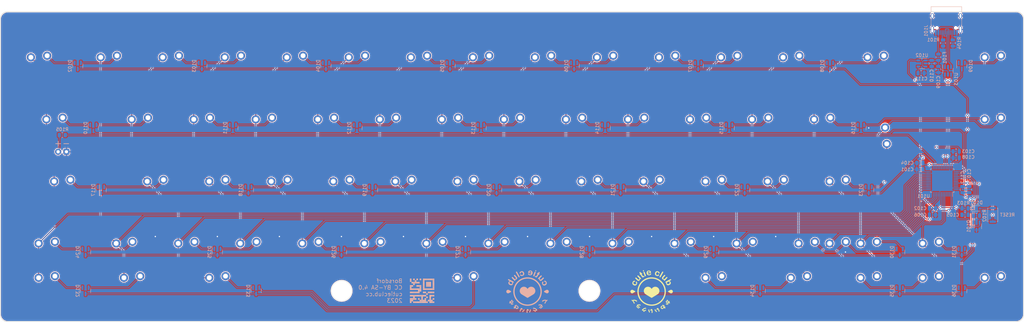
<source format=kicad_pcb>
(kicad_pcb (version 20211014) (generator pcbnew)
  (title_block (title "Borsdorf PCB") (date "2019-11-01") (company "Cutie Club"))
  (layers (0 "F.Cu" signal) (31 "B.Cu" signal) (34 "B.Paste" user) (35 "F.Paste" user) (36 "B.SilkS" user "B.Silkscreen") (37 "F.SilkS" user "F.Silkscreen") (38 "B.Mask" user) (39 "F.Mask" user) (44 "Edge.Cuts" user))
  (net 0 "")
  (net 1 "GND")
  (net 2 "RESET")
  (net 3 "+5V")
  (net 4 "Net-(C111-Pad1)")
  (net 5 "ROW0")
  (net 6 "Net-(D101-Pad2)")
  (net 7 "Net-(D102-Pad1)")
  (net 8 "Net-(D102-Pad2)")
  (net 9 "Net-(D103-Pad1)")
  (net 10 "Net-(D103-Pad2)")
  (net 11 "Net-(D104-Pad1)")
  (net 12 "Net-(D104-Pad2)")
  (net 13 "Net-(D105-Pad1)")
  (net 14 "Net-(D105-Pad2)")
  (net 15 "Net-(D106-Pad1)")
  (net 16 "Net-(D106-Pad2)")
  (net 17 "Net-(D107-Pad1)")
  (net 18 "Net-(D107-Pad2)")
  (net 19 "Net-(D108-Pad1)")
  (net 20 "ROW1")
  (net 21 "Net-(D108-Pad2)")
  (net 22 "Net-(D110-Pad1)")
  (net 23 "Net-(D110-Pad2)")
  (net 24 "Net-(D111-Pad1)")
  (net 25 "Net-(D111-Pad2)")
  (net 26 "Net-(D112-Pad1)")
  (net 27 "Net-(D112-Pad2)")
  (net 28 "Net-(D113-Pad1)")
  (net 29 "Net-(D113-Pad2)")
  (net 30 "Net-(D114-Pad1)")
  (net 31 "ROW2")
  (net 32 "Net-(D114-Pad2)")
  (net 33 "Net-(D115-Pad1)")
  (net 34 "Net-(D115-Pad2)")
  (net 35 "Net-(D116-Pad1)")
  (net 36 "Net-(D116-Pad2)")
  (net 37 "Net-(D117-Pad1)")
  (net 38 "Net-(D117-Pad2)")
  (net 39 "Net-(D119-Pad1)")
  (net 40 "Net-(D119-Pad2)")
  (net 41 "Net-(D120-Pad1)")
  (net 42 "Net-(D120-Pad2)")
  (net 43 "ROW3")
  (net 44 "Net-(D121-Pad1)")
  (net 45 "Net-(D121-Pad2)")
  (net 46 "Net-(D122-Pad1)")
  (net 47 "Net-(D122-Pad2)")
  (net 48 "Net-(D124-Pad1)")
  (net 49 "Net-(D125-Pad1)")
  (net 50 "Net-(D125-Pad2)")
  (net 51 "Net-(D126-Pad1)")
  (net 52 "Net-(D126-Pad2)")
  (net 53 "Net-(D127-Pad1)")
  (net 54 "Net-(D127-Pad2)")
  (net 55 "ROW4")
  (net 56 "Net-(D128-Pad1)")
  (net 57 "Net-(D128-Pad2)")
  (net 58 "Net-(D129-Pad1)")
  (net 59 "Net-(D129-Pad2)")
  (net 60 "Net-(D130-Pad1)")
  (net 61 "Net-(D130-Pad2)")
  (net 62 "Net-(D131-Pad1)")
  (net 64 "Net-(D132-Pad1)")
  (net 65 "Net-(D132-Pad2)")
  (net 66 "Net-(D133-Pad1)")
  (net 67 "Net-(D133-Pad2)")
  (net 68 "Net-(D134-Pad1)")
  (net 69 "Net-(D134-Pad2)")
  (net 70 "COL0")
  (net 71 "COL1")
  (net 72 "COL2")
  (net 73 "COL3")
  (net 74 "COL4")
  (net 75 "COL5")
  (net 76 "COL6")
  (net 77 "COL7")
  (net 78 "COL8")
  (net 79 "COL9")
  (net 80 "COL10")
  (net 81 "COL11")
  (net 82 "COL12")
  (net 83 "COL13")
  (net 84 "capsLED")
  (net 85 "COL14")
  (net 86 "BOOT0")
  (net 87 "Net-(D135-Pad1)")
  (net 88 "Cond_D+")
  (net 89 "Cond_D-")
  (net 90 "VBUS")
  (net 91 "D+")
  (net 92 "D-")
  (net 93 "LED")
  (net 94 "Net-(D135-Pad2)")
  (net 96 "Net-(J101-PadB5)")
  (net 98 "Net-(J101-PadA5)")
  (net 99 "Net-(Q101-Pad1)")
  (net 100 "VDD")
  (net 116 "Net-(D109-Pad2)")
  (net 117 "Net-(K132-Pad2)")
  (net 118 "Net-(K133-Pad2)")
  (net 119 "Net-(K142-Pad2)")
  (net 120 "Net-(K143-Pad2)")
  (net 121 "Net-(D124-Pad2)")
  (net 123 "Net-(D136-Pad2)")
  (footprint "cutie-lib-alps:Alps_SKxx_LED_19.05mm_1.0u" (layer "F.Cu") (at 54.76875 85.725 180)
    (fp_text reference "K130")
    (fp_text value "KEYSW")
  )
  (footprint "cutie-lib-alps:Alps_SKxx_19.05mm_1.0u" (layer "F.Cu") (at 311.94375 76.2 90)
    (fp_text reference "K143")
    (fp_text value "KEYSW")
  )
  (footprint "cutie-lib-alps:Alps_SKxx_19.05mm_1.0u" (layer "F.Cu") (at 283.36875 104.775 180)
    (fp_text reference "K156")
    (fp_text value "KEYSW")
  )
  (footprint "cutie-lib-alps:Alps_SKxx_19.05mm_1.0u" (layer "F.Cu") (at 47.625 47.625 180)
    (fp_text reference "K101")
    (fp_text value "KEYSW")
  )
  (footprint "cutie-lib-alps:Alps_SKxx_19.05mm_1.0u" (layer "F.Cu") (at 69.05625 47.625 180)
    (fp_text reference "K102")
    (fp_text value "KEYSW")
  )
  (footprint "cutie-lib-alps:Alps_SKxx_19.05mm_1.0u" (layer "F.Cu") (at 88.10625 47.625 180)
    (fp_text reference "K103")
    (fp_text value "KEYSW")
  )
  (footprint "cutie-lib-alps:Alps_SKxx_19.05mm_1.0u" (layer "F.Cu") (at 107.15625 47.625 180)
    (fp_text reference "K104")
    (fp_text value "KEYSW")
  )
  (footprint "cutie-lib-alps:Alps_SKxx_19.05mm_1.0u" (layer "F.Cu") (at 126.20625 47.625 180)
    (fp_text reference "K105")
    (fp_text value "KEYSW")
  )
  (footprint "cutie-lib-alps:Alps_SKxx_19.05mm_1.0u" (layer "F.Cu") (at 145.25625 47.625 180)
    (fp_text reference "K106")
    (fp_text value "KEYSW")
  )
  (footprint "cutie-lib-alps:Alps_SKxx_19.05mm_1.0u" (layer "F.Cu") (at 164.30625 47.625 180)
    (fp_text reference "K107")
    (fp_text value "KEYSW")
  )
  (footprint "cutie-lib-alps:Alps_SKxx_19.05mm_1.0u" (layer "F.Cu") (at 183.35625 47.625 180)
    (fp_text reference "K108")
    (fp_text value "KEYSW")
  )
  (footprint "cutie-lib-alps:Alps_SKxx_19.05mm_1.0u" (layer "F.Cu") (at 202.40625 47.625 180)
    (fp_text reference "K109")
    (fp_text value "KEYSW")
  )
  (footprint "cutie-lib-alps:Alps_SKxx_19.05mm_1.0u" (layer "F.Cu") (at 221.45625 47.625 180)
    (fp_text reference "K110")
    (fp_text value "KEYSW")
  )
  (footprint "cutie-lib-alps:Alps_SKxx_19.05mm_1.0u" (layer "F.Cu") (at 240.50625 47.625 180)
    (fp_text reference "K111")
    (fp_text value "KEYSW")
  )
  (footprint "cutie-lib-alps:Alps_SKxx_19.05mm_1.0u" (layer "F.Cu") (at 259.55625 47.625 180)
    (fp_text reference "K112")
    (fp_text value "KEYSW")
  )
  (footprint "cutie-lib-alps:Alps_SKxx_19.05mm_1.0u" (layer "F.Cu") (at 278.60625 47.625 180)
    (fp_text reference "K113")
    (fp_text value "KEYSW")
  )
  (footprint "cutie-lib-alps:Alps_SKxx_19.05mm_1.0u" (layer "F.Cu") (at 304.55 47.625 180)
    (fp_text reference "K114")
    (fp_text value "KEYSW")
  )
  (footprint "cutie-lib-alps:Alps_SKxx_19.05mm_1.0u" (layer "F.Cu") (at 52.3875 66.675 180)
    (fp_text reference "K116")
    (fp_text value "KEYSW")
  )
  (footprint "cutie-lib-alps:Alps_SKxx_19.05mm_1.0u" (layer "F.Cu") (at 78.58125 66.675 180)
    (fp_text reference "K117")
    (fp_text value "KEYSW")
  )
  (footprint "cutie-lib-alps:Alps_SKxx_19.05mm_1.0u" (layer "F.Cu") (at 97.63125 66.675 180)
    (fp_text reference "K118")
    (fp_text value "KEYSW")
  )
  (footprint "cutie-lib-alps:Alps_SKxx_19.05mm_1.0u" (layer "F.Cu") (at 116.68125 66.675 180)
    (fp_text reference "K119")
    (fp_text value "KEYSW")
  )
  (footprint "cutie-lib-alps:Alps_SKxx_19.05mm_1.0u" (layer "F.Cu") (at 135.73125 66.675 180)
    (fp_text reference "K120")
    (fp_text value "KEYSW")
  )
  (footprint "cutie-lib-alps:Alps_SKxx_19.05mm_1.0u" (layer "F.Cu") (at 154.78125 66.675 180)
    (fp_text reference "K121")
    (fp_text value "KEYSW")
  )
  (footprint "cutie-lib-alps:Alps_SKxx_19.05mm_1.0u" (layer "F.Cu") (at 173.83125 66.675 180)
    (fp_text reference "K122")
    (fp_text value "KEYSW")
  )
  (footprint "cutie-lib-alps:Alps_SKxx_19.05mm_1.0u" (layer "F.Cu") (at 192.88125 66.675 180)
    (fp_text reference "K123")
    (fp_text value "KEYSW")
  )
  (footprint "cutie-lib-alps:Alps_SKxx_19.05mm_1.0u" (layer "F.Cu") (at 211.93125 66.675 180)
    (fp_text reference "K124")
    (fp_text value "KEYSW")
  )
  (footprint "cutie-lib-alps:Alps_SKxx_19.05mm_1.0u" (layer "F.Cu") (at 230.98125 66.675 180)
    (fp_text reference "K125")
    (fp_text value "KEYSW")
  )
  (footprint "cutie-lib-alps:Alps_SKxx_19.05mm_1.0u" (layer "F.Cu") (at 250.03125 66.675 180)
    (fp_text reference "K126")
    (fp_text value "KEYSW")
  )
  (footprint "cutie-lib-alps:Alps_SKxx_19.05mm_1.0u" (layer "F.Cu") (at 269.08125 66.675 180)
    (fp_text reference "K127")
    (fp_text value "KEYSW")
  )
  (footprint "cutie-lib-alps:Alps_SKxx_19.05mm_1.0u" (layer "F.Cu") (at 288.13125 66.675 180)
    (fp_text reference "K128")
    (fp_text value "KEYSW")
  )
  (footprint "cutie-lib-alps:Alps_SKxx_19.05mm_1.0u" (layer "F.Cu") (at 83.34375 85.725 180)
    (fp_text reference "K131")
    (fp_text value "KEYSW")
  )
  (footprint "cutie-lib-alps:Alps_SKxx_19.05mm_1.0u" (layer "F.Cu") (at 102.39375 85.725 180)
    (fp_text reference "K132")
    (fp_text value "KEYSW")
  )
  (footprint "cutie-lib-alps:Alps_SKxx_19.05mm_1.0u" (layer "F.Cu") (at 121.44375 85.725 180)
    (fp_text reference "K133")
    (fp_text value "KEYSW")
  )
  (footprint "cutie-lib-alps:Alps_SKxx_19.05mm_1.0u" (layer "F.Cu") (at 140.49375 85.725 180)
    (fp_text reference "K134")
    (fp_text value "KEYSW")
  )
  (footprint "cutie-lib-alps:Alps_SKxx_19.05mm_1.0u" (layer "F.Cu") (at 159.54375 85.725 180)
    (fp_text reference "K135")
    (fp_text value "KEYSW")
  )
  (footprint "cutie-lib-alps:Alps_SKxx_19.05mm_1.0u" (layer "F.Cu") (at 178.59375 85.725 180)
    (fp_text reference "K136")
    (fp_text value "KEYSW")
  )
  (footprint "cutie-lib-alps:Alps_SKxx_19.05mm_1.0u" (layer "F.Cu") (at 197.64375 85.725 180)
    (fp_text reference "K137")
    (fp_text value "KEYSW")
  )
  (footprint "cutie-lib-alps:Alps_SKxx_19.05mm_1.0u" (layer "F.Cu") (at 216.69375 85.725 180)
    (fp_text reference "K138")
    (fp_text value "KEYSW")
  )
  (footprint "cutie-lib-alps:Alps_SKxx_19.05mm_1.0u" (layer "F.Cu") (at 235.74375 85.725 180)
    (fp_text reference "K139")
    (fp_text value "KEYSW")
  )
  (footprint "cutie-lib-alps:Alps_SKxx_19.05mm_1.0u" (layer "F.Cu") (at 254.79375 85.725 180)
    (fp_text reference "K140")
    (fp_text value "KEYSW")
  )
  (footprint "cutie-lib-alps:Alps_SKxx_19.05mm_1.0u" (layer "F.Cu") (at 273.84375 85.725 180)
    (fp_text reference "K141")
    (fp_text value "KEYSW")
  )
  (footprint "cutie-lib-alps:Alps_SKxx_19.05mm_1.0u" (layer "F.Cu") (at 50.00625 104.775 180)
    (fp_text reference "K144")
    (fp_text value "KEYSW")
  )
  (footprint "cutie-lib-alps:Alps_SKxx_19.05mm_1.0u" (layer "F.Cu") (at 92.86875 104.775 180)
    (fp_text reference "K146")
    (fp_text value "KEYSW")
  )
  (footprint "cutie-lib-alps:Alps_SKxx_19.05mm_1.0u" (layer "F.Cu") (at 111.91875 104.775 180)
    (fp_text reference "K147")
    (fp_text value "KEYSW")
  )
  (footprint "cutie-lib-alps:Alps_SKxx_19.05mm_1.0u" (layer "F.Cu") (at 130.96875 104.775 180)
    (fp_text reference "K148")
    (fp_text value "KEYSW")
  )
  (footprint "cutie-lib-alps:Alps_SKxx_19.05mm_1.0u" (layer "F.Cu") (at 150.01875 104.775 180)
    (fp_text reference "K149")
    (fp_text value "KEYSW")
  )
  (footprint "cutie-lib-alps:Alps_SKxx_19.05mm_1.0u" (layer "F.Cu") (at 169.06875 104.775 180)
    (fp_text reference "K150")
    (fp_text value "KEYSW")
  )
  (footprint "cutie-lib-alps:Alps_SKxx_19.05mm_1.0u" (layer "F.Cu") (at 188.11875 104.775 180)
    (fp_text reference "K151")
    (fp_text value "KEYSW")
  )
  (footprint "cutie-lib-alps:Alps_SKxx_19.05mm_1.0u" (layer "F.Cu") (at 207.16875 104.775 180)
    (fp_text reference "K152")
    (fp_text value "KEYSW")
  )
  (footprint "cutie-lib-alps:Alps_SKxx_19.05mm_1.0u" (layer "F.Cu") (at 226.21875 104.775 180)
    (fp_text reference "K153")
    (fp_text value "KEYSW")
  )
  (footprint "cutie-lib-alps:Alps_SKxx_19.05mm_1.0u" (layer "F.Cu") (at 245.26875 104.775 180)
    (fp_text reference "K154")
    (fp_text value "KEYSW")
  )
  (footprint "cutie-lib-alps:Alps_SKxx_19.05mm_1.0u" (layer "F.Cu") (at 264.31875 104.775 180)
    (fp_text reference "K155")
    (fp_text value "KEYSW")
  )
  (footprint "cutie-lib-alps:Alps_SKxx_19.05mm_1.0u" (layer "F.Cu") (at 302.41875 104.775 180)
    (fp_text reference "K157")
    (fp_text value "KEYSW")
  )
  (footprint "cutie-lib-alps:Alps_SKxx_19.05mm_1.0u" (layer "F.Cu") (at 76.2 123.825)
    (fp_text reference "K160")
    (fp_text value "KEYSW")
  )
  (footprint "cutie-lib-alps:Alps_SKxx_19.05mm_1.0u" (layer "F.Cu") (at 102.39375 123.825)
    (fp_text reference "K161")
    (fp_text value "KEYSW")
  )
  (footprint "cutie-lib-alps:Alps_SKxx_19.05mm_1.0u" (layer "F.Cu") (at 178.59375 123.825)
    (fp_text reference "K162")
    (fp_text value "KEYSW")
  )
  (footprint "cutie-lib-alps:Alps_SKxx_19.05mm_1.0u" (layer "F.Cu") (at 254.79375 123.825)
    (fp_text reference "K163")
    (fp_text value "KEYSW")
  )
  (footprint "cutie-lib-alps:Alps_SKxx_19.05mm_1.0u" (layer "F.Cu") (at 280.9875 123.825)
    (fp_text reference "K164")
    (fp_text value "KEYSW")
  )
  (footprint "cutie-lib-alps:Alps_SKxx_19.05mm_1.0u" (layer "F.Cu") (at 302.41875 123.825)
    (fp_text reference "K165")
    (fp_text value "KEYSW")
  )
  (footprint "cutie-lib-alps:Alps_SKxx_19.05mm_1.0u" (layer "F.Cu") (at 321.46875 123.825)
    (fp_text reference "K166")
    (fp_text value "KEYSW")
  )
  (footprint "cutie-lib-alps:Alps_SKxx_19.05mm_1.0u" (layer "F.Cu") (at 340.51875 47.625 180)
    (fp_text reference "K115")
    (fp_text value "KEYSW")
  )
  (footprint "cutie-lib-alps:Alps_SKxx_19.05mm_1.0u" (layer "F.Cu") (at 340.51875 66.675 180)
    (fp_text reference "K129")
    (fp_text value "KEYSW")
  )
  (footprint "cutie-lib-alps:Alps_SKxx_19.05mm_1.0u" (layer "F.Cu") (at 340.51875 123.825)
    (fp_text reference "K167")
    (fp_text value "KEYSW")
  )
  (footprint "cutie-lib-alps:Alps_SKxx_19.05mm_1.0u" (layer "F.Cu") (at 292.89375 85.725 180)
    (fp_text reference "K142")
    (fp_text value "KEYSW")
  )
  (footprint "cutie-lib-alps:Alps_SKxx_19.05mm_1.0u" (layer "F.Cu") (at 321.46875 104.775 180)
    (fp_text reference "K158")
    (fp_text value "KEYSW")
  )
  (footprint "cutie-lib-alps:Alps_SKxx_19.05mm_1.0u" (layer "F.Cu") (at 292.89375 104.775 180)
    (fp_text reference "K1571")
    (fp_text value "KEYSW")
  )
  (footprint "cutie-lib-alps:Alps_SKxx_19.05mm_1.0u" (layer "F.Cu") (at 73.81875 104.775 180)
    (fp_text reference "K145")
    (fp_text value "KEYSW")
  )
  (footprint "Borsdorf:ccroundel" (layer "F.Cu") (at 235.74375 123.825)
    (fp_text reference "G***" hide)
    (fp_text value "LOGO" hide)
  )
  (footprint "cutie-lib-alps:Alps_SKxx_19.05mm_1.0u" (layer "F.Cu") (at 50.00625 123.825)
    (fp_text reference "K159")
    (fp_text value "KEYSW")
  )
  (footprint "Capacitor_SMD:C_0805_2012Metric" (layer "B.Cu") (at 333.25 92.75 90)
    (fp_text reference "C107")
    (fp_text value "10nF")
  )
  (footprint "Capacitor_SMD:C_0805_2012Metric" (layer "B.Cu") (at 329.25 83 180)
    (fp_text reference "C108")
    (fp_text value "100nF")
  )
  (footprint "Capacitor_SMD:C_0805_2012Metric" (layer "B.Cu") (at 321.75 54 -90)
    (fp_text reference "C110")
    (fp_text value "100nF")
  )
  (footprint "Package_TO_SOT_SMD:SOT-23" (layer "B.Cu") (at 300.0375 73.81875 -90)
    (fp_text reference "D116")
    (fp_text value "BAV70")
  )
  (footprint "Package_QFP:LQFP-48_7x7mm_P0.5mm" (layer "B.Cu") (at 325 90 90)
    (fp_text reference "U101")
    (fp_text value "STM32F072CBTx")
  )
  (footprint "Resistor_SMD:R_0805_2012Metric" (layer "B.Cu") (at 335.5 100.75 180)
    (fp_text reference "R102")
    (fp_text value "1.5k")
  )
  (footprint "Package_TO_SOT_SMD:SOT-23-6" (layer "B.Cu") (at 326.75 56.25 -90)
    (fp_text reference "U103")
    (fp_text value "USBLC6-2P6")
  )
  (footprint "Resistor_SMD:R_0805_2012Metric" (layer "B.Cu") (at 328.25 47.75 -90)
    (fp_text reference "R104")
    (fp_text value "5.1k")
  )
  (footprint "Cutie Club:ALPS_SKRK" (layer "B.Cu") (at 340.5 100.5 90)
    (fp_text reference "SW101" hide)
    (fp_text value "ALPS SKRK")
  )
  (footprint "Package_TO_SOT_SMD:SOT-23-5" (layer "B.Cu") (at 318.75 54 180)
    (fp_text reference "U102")
    (fp_text value "LP2985-3.3")
  )
  (footprint "Connector_USB:USB_C_Receptacle_HRO_TYPE-C-31-M-12" (layer "B.Cu") (at 326.25 40.475)
    (fp_text reference "J101")
    (fp_text value "USB2.0-USB-C")
  )
  (footprint "Capacitor_SMD:C_0805_2012Metric" (layer "B.Cu") (at 318.1 86.55)
    (fp_text reference "C101")
    (fp_text value "100nF")
  )
  (footprint "Capacitor_SMD:C_0805_2012Metric" (layer "B.Cu") (at 329.25 81 180)
    (fp_text reference "C103")
    (fp_text value "4.7uF")
  )
  (footprint "Capacitor_SMD:C_0805_2012Metric" (layer "B.Cu") (at 332 100.5)
    (fp_text reference "C105")
    (fp_text value "10uF")
  )
  (footprint "Capacitor_SMD:C_0805_2012Metric" (layer "B.Cu") (at 322 100.5)
    (fp_text reference "C106")
    (fp_text value "100nF")
  )
  (footprint "Capacitor_SMD:C_0805_2012Metric" (layer "B.Cu") (at 322 98.5)
    (fp_text reference "C102")
    (fp_text value "1uF")
  )
  (footprint "Capacitor_SMD:C_0805_2012Metric" (layer "B.Cu") (at 318.1 84.55 180)
    (fp_text reference "C104")
    (fp_text value "4.7uF")
  )
  (footprint "Capacitor_SMD:C_0805_2012Metric" (layer "B.Cu") (at 323.8 55.85 -90)
    (fp_text reference "C109")
    (fp_text value "1uF")
  )
  (footprint "Fuse:Fuse_0805_2012Metric" (layer "B.Cu") (at 323.8 52.1 90)
    (fp_text reference "F101")
    (fp_text value "PTTC")
  )
  (footprint "Capacitor_SMD:C_0805_2012Metric" (layer "B.Cu") (at 318.5 57)
    (fp_text reference "C111")
    (fp_text value "10nF")
  )
  (footprint "Package_TO_SOT_SMD:SOT-23" (layer "B.Cu") (at 269.08125 123.825 -90)
    (fp_text reference "D134")
    (fp_text value "BAV70")
  )
  (footprint "Package_TO_SOT_SMD:SOT-23" (layer "B.Cu") (at 311.94375 123.825 -90)
    (fp_text reference "D135")
    (fp_text value "BAV70")
  )
  (footprint "Package_TO_SOT_SMD:SOT-23" (layer "B.Cu") (at 64.29375 73.81875 -90)
    (fp_text reference "D110")
    (fp_text value "BAV70")
  )
  (footprint "Package_TO_SOT_SMD:SOT-23" (layer "B.Cu") (at 211.93125 54.76875 -90)
    (fp_text reference "D106")
    (fp_text value "BAV70")
  )
  (footprint "Package_TO_SOT_SMD:SOT-23" (layer "B.Cu") (at 102.39375 111.91875 -90)
    (fp_text reference "D125")
    (fp_text value "BAV70")
  )
  (footprint "Capacitor_SMD:C_0805_2012Metric" (layer "B.Cu") (at 331.25 92.75 90)
    (fp_text reference "C112")
    (fp_text value "2.2uF")
  )
  (footprint "Package_TO_SOT_SMD:SOT-23" (layer "B.Cu") (at 226.21875 92.86875 -90)
    (fp_text reference "D121")
    (fp_text value "BAV70")
  )
  (footprint "Package_TO_SOT_SMD:SOT-23" (layer "B.Cu") (at 183.35625 73.81875 -90)
    (fp_text reference "D113")
    (fp_text value "BAV70")
  )
  (footprint "Package_TO_SOT_SMD:SOT-23" (layer "B.Cu") (at 254.79375 111.91875 -90)
    (fp_text reference "D129")
    (fp_text value "BAV70")
  )
  (footprint "Resistor_SMD:R_0805_2012Metric" (layer "B.Cu") (at 332 98.5 180)
    (fp_text reference "R103")
    (fp_text value "30k")
  )
  (footprint "Package_TO_SOT_SMD:SOT-23" (layer "B.Cu") (at 114.3 123.825 -90)
    (fp_text reference "D133")
    (fp_text value "BAV70")
  )
  (footprint "Package_TO_SOT_SMD:SOT-23" (layer "B.Cu") (at 290.5125 54.76875 -90)
    (fp_text reference "D108")
    (fp_text value "BAV70")
  )
  (footprint "Package_TO_SOT_SMD:SOT-23" (layer "B.Cu") (at 97.63125 54.76875 -90)
    (fp_text reference "D103")
    (fp_text value "BAV70")
  )
  (footprint "Package_TO_SOT_SMD:SOT-23" (layer "B.Cu") (at 221.45625 73.81875 -90)
    (fp_text reference "D114")
    (fp_text value "BAV70")
  )
  (footprint "Package_TO_SOT_SMD:SOT-23" (layer "B.Cu") (at 311.94375 111.91875 -90)
    (fp_text reference "D130")
    (fp_text value "BAV70")
  )
  (footprint "Borsdorf:00BRDF020101" (layer "B.Cu") (at 165.259375 123.825 180)
    (fp_text reference "QR*****")
    (fp_text value "00BRDF020101")
  )
  (footprint "Package_TO_SOT_SMD:SOT-23" (layer "B.Cu") (at 259.55625 73.81875 -90)
    (fp_text reference "D115")
    (fp_text value "BAV70")
  )
  (footprint "Diode_SMD:D_SOD-323" (layer "B.Cu") (at 335.5 98.5)
    (fp_text reference "D101")
    (fp_text value "1N4148")
  )
  (footprint "Package_TO_SOT_SMD:SOT-23" (layer "B.Cu") (at 330.99375 111.91875 -90)
    (fp_text reference "D131")
    (fp_text value "BAV70")
  )
  (footprint "Package_TO_SOT_SMD:SOT-23" (layer "B.Cu") (at 61.9125 111.91875 -90)
    (fp_text reference "D124")
    (fp_text value "BAV70")
  )
  (footprint "Package_TO_SOT_SMD:SOT-23" (layer "B.Cu") (at 216.69375 111.91875 -90)
    (fp_text reference "D128")
    (fp_text value "BAV70")
  )
  (footprint "Resistor_SMD:R_0805_2012Metric" (layer "B.Cu") (at 54.76875 76)
    (fp_text reference "R105")
    (fp_text value "R_Small")
  )
  (footprint "Package_TO_SOT_SMD:SOT-23" (layer "B.Cu") (at 140.49375 111.91875 -90)
    (fp_text reference "D126")
    (fp_text value "BAV70")
  )
  (footprint "Package_TO_SOT_SMD:SOT-23" (layer "B.Cu") (at 188.11875 92.86875 -90)
    (fp_text reference "D120")
    (fp_text value "BAV70")
  )
  (footprint "Package_TO_SOT_SMD:SOT-23" (layer "B.Cu") (at 250.03125 54.76875 -90)
    (fp_text reference "D107")
    (fp_text value "BAV70")
  )
  (footprint "Package_TO_SOT_SMD:SOT-23" (layer "B.Cu") (at 330.99375 123.825 -90)
    (fp_text reference "D136")
    (fp_text value "BAV70")
  )
  (footprint "Package_TO_SOT_SMD:SOT-23" (layer "B.Cu") (at 264.31875 92.86875 -90)
    (fp_text reference "D122")
    (fp_text value "BAV70")
  )
  (footprint "Package_TO_SOT_SMD:SOT-23-3" (layer "B.Cu") (at 335.5 104 -90)
    (fp_text reference "Q101")
    (fp_text value "MBT2222A")
  )
  (footprint "Package_TO_SOT_SMD:SOT-23" (layer "B.Cu") (at 173.83125 54.76875 -90)
    (fp_text reference "D105")
    (fp_text value "BAV70")
  )
  (footprint "Package_TO_SOT_SMD:SOT-23" (layer "B.Cu") (at 66.675 92.86875 -90)
    (fp_text reference "D117")
    (fp_text value "BAV70")
  )
  (footprint "Package_TO_SOT_SMD:SOT-23" (layer "B.Cu") (at 61.9125 123.825 -90)
    (fp_text reference "D132")
    (fp_text value "BAV70")
  )
  (footprint "Package_TO_SOT_SMD:SOT-23" (layer "B.Cu") (at 107.15625 73.81875 -90)
    (fp_text reference "D111")
    (fp_text value "BAV70")
  )
  (footprint "Package_TO_SOT_SMD:SOT-23" (layer "B.Cu") (at 135.73125 54.76875 -90)
    (fp_text reference "D104")
    (fp_text value "BAV70")
  )
  (footprint "Package_TO_SOT_SMD:SOT-23" (layer "B.Cu") (at 178.59375 111.91875 -90)
    (fp_text reference "D127")
    (fp_text value "BAV70")
  )
  (footprint "Package_TO_SOT_SMD:SOT-23" (layer "B.Cu") (at 59.53125 54.76875 -90)
    (fp_text reference "D102")
    (fp_text value "BAV70")
  )
  (footprint "Resistor_SMD:R_0805_2012Metric" (layer "B.Cu") (at 325.25 47.75 -90)
    (fp_text reference "R101")
    (fp_text value "5.1k")
  )
  (footprint "Package_TO_SOT_SMD:SOT-23" (layer "B.Cu") (at 150.01875 92.86875 -90)
    (fp_text reference "D119")
    (fp_text value "BAV70")
  )
  (footprint "Package_TO_SOT_SMD:SOT-23" (layer "B.Cu") (at 302.41875 92.86875 -90)
    (fp_text reference "D123")
    (fp_text value "BAV70")
  )
  (footprint "Package_TO_SOT_SMD:SOT-23" (layer "B.Cu") (at 330.99375 54.76875 -90)
    (fp_text reference "D109")
    (fp_text value "BAV70")
  )
  (footprint "Borsdorf:ccroundel" (layer "B.Cu") (at 197.64375 123.825 180)
    (fp_text reference "G***" hide)
    (fp_text value "LOGO" hide)
  )
  (footprint "Package_TO_SOT_SMD:SOT-23" (layer "B.Cu") (at 111.91875 92.86875 -90)
    (fp_text reference "D118")
    (fp_text value "BAV70")
  )
  (footprint "Package_TO_SOT_SMD:SOT-23" (layer "B.Cu") (at 145.25625 73.81875 -90)
    (fp_text reference "D112")
    (fp_text value "BAV70")
  )
  (gr_arc (start 347.6625 38.1) (mid 349.346298 38.797452) (end 350.04375 40.48125) (layer "Edge.Cuts") (width 0.15))
  (gr_circle (center 216.650001 123.83) (end 219.800001 123.83) (layer "Edge.Cuts") (width 0.1) (fill none))
  (gr_circle (center 140.55 123.83) (end 143.7 123.83) (layer "Edge.Cuts") (width 0.1) (fill none))
  (gr_line (start 350.04375 40.48125) (end 350.04375 130.96875) (layer "Edge.Cuts") (width 0.15))
  (gr_line (start 35.71875 130.96875) (end 35.71875 40.48125) (layer "Edge.Cuts") (width 0.15))
  (gr_arc (start 35.71875 40.48125) (mid 36.416202 38.797452) (end 38.1 38.1) (layer "Edge.Cuts") (width 0.15))
  (gr_line (start 347.6625 133.35) (end 38.1 133.35) (layer "Edge.Cuts") (width 0.15))
  (gr_arc (start 350.04375 130.96875) (mid 349.346298 132.652548) (end 347.6625 133.35) (layer "Edge.Cuts") (width 0.15))
  (gr_line (start 38.1 38.1) (end 347.6625 38.1) (layer "Edge.Cuts") (width 0.15))
  (gr_arc (start 38.1 133.35) (mid 36.416202 132.652548) (end 35.71875 130.96875) (layer "Edge.Cuts") (width 0.15))
  (gr_text "-+" (at 54.75 78.5) (layer "B.SilkS") (effects (font (size 2 2) (thickness 0.2)) (justify mirror)))
  (gr_text "Borsdorf\nCC BY-SA 4.0\ncutieclub.cc\n2023" (at 159.30625 123.825) (layer "B.SilkS") (effects (font (size 1.25 1.25)) (justify left mirror)))
  (via (at 140.49375 107.15625) (size 0.8) (drill 0.4) (layers "F.Cu" "B.Cu") (net 1))
  (via (at 295.275 111.91875) (size 0.8) (drill 0.4) (layers "F.Cu" "B.Cu") (net 1))
  (via (at 178.59375 107.15625) (size 0.8) (drill 0.4) (layers "F.Cu" "B.Cu") (net 1))
  (via (at 197.64375 107.15625) (size 0.8) (drill 0.4) (layers "F.Cu" "B.Cu") (net 1))
  (via (at 216.69375 107.15625) (size 0.8) (drill 0.4) (layers "F.Cu" "B.Cu") (net 1))
  (via (at 273.84375 107.15625) (size 0.8) (drill 0.4) (layers "F.Cu" "B.Cu") (net 1))
  (via (at 121.44375 107.15625) (size 0.8) (drill 0.4) (layers "F.Cu" "B.Cu") (net 1))
  (via (at 254.79375 107.15625) (size 0.8) (drill 0.4) (layers "F.Cu" "B.Cu") (net 1))
  (via (at 302.41875 73.81875) (size 0.8) (drill 0.4) (layers "F.Cu" "B.Cu") (net 1))
  (via (at 159.54375 107.15625) (size 0.8) (drill 0.4) (layers "F.Cu" "B.Cu") (net 1))
  (via (at 83.34375 107.15625) (size 0.8) (drill 0.4) (layers "F.Cu" "B.Cu") (net 1))
  (via (at 235.74375 107.15625) (size 0.8) (drill 0.4) (layers "F.Cu" "B.Cu") (net 1))
  (via (at 102.39375 107.15625) (size 0.8) (drill 0.4) (layers "F.Cu" "B.Cu") (net 1))
  (segment (start 330.8 92.25) (end 331.25 91.8) (width 0.25) (layer "B.Cu") (net 1))
  (segment (start 326.75 55.75) (end 327 56) (width 0.25) (layer "B.Cu") (net 1))
  (segment (start 322.9375 100.45) (end 322.9375 98.45) (width 0.25) (layer "B.Cu") (net 1))
  (segment (start 317.1625 86.55) (end 317.1625 84.55) (width 0.25) (layer "B.Cu") (net 1))
  (segment (start 320.8375 87.75) (end 318.3625 87.75) (width 0.25) (layer "B.Cu") (net 1))
  (segment (start 327.25 85.8375) (end 327.25 84.75) (width 0.25) (layer "B.Cu") (net 1))
  (segment (start 326.75 55.15) (end 326.75 55.75) (width 0.25) (layer "B.Cu") (net 1))
  (segment (start 328.3125 81) (end 328.3125 83) (width 0.25) (layer "B.Cu") (net 1))
  (segment (start 331.2625 91.8125) (end 331.25 91.8) (width 0.25) (layer "B.Cu") (net 1))
  (segment (start 324.25 97.1375) (end 324.25 94.1625) (width 0.25) (layer "B.Cu") (net 1))
  (segment (start 327.25 84.75) (end 328.3125 83.6875) (width 0.25) (layer "B.Cu") (net 1))
  (segment (start 318.3625 87.75) (end 317.1625 86.55) (width 0.25) (layer "B.Cu") (net 1))
  (segment (start 322.9375 98.45) (end 324.25 97.1375) (width 0.25) (layer "B.Cu") (net 1))
  (segment (start 333.25 91.8125) (end 331.2625 91.8125) (width 0.25) (layer "B.Cu") (net 1))
  (segment (start 326.75 55.15) (end 326.75 55.25) (width 0.25) (layer "B.Cu") (net 1))
  (segment (start 328.3125 83.6875) (end 328.3125 83) (width 0.25) (layer "B.Cu") (net 1))
  (segment (start 329.1625 92.25) (end 330.8 92.25) (width 0.25) (layer "B.Cu") (net 1))
  (segment (start 329.25 98.25) (end 324.5 98.25) (width 0.25) (layer "F.Cu") (net 2))
  (via (at 329.25 98.25) (size 0.8) (drill 0.4) (layers "F.Cu" "B.Cu") (net 2))
  (via (at 324.5 98.25) (size 0.8) (drill 0.4) (layers "F.Cu" "B.Cu") (net 2))
  (segment (start 333.5 104) (end 333.25 103.75) (width 0.25) (layer "B.Cu") (net 2))
  (segment (start 333.25 103.75) (end 333.25 102) (width 0.25) (layer "B.Cu") (net 2))
  (segment (start 336.25 104) (end 333.5 104) (width 0.25) (layer "B.Cu") (net 2))
  (segment (start 329.75 98.75) (end 329.25 98.25) (width 0.25) (layer "B.Cu") (net 2))
  (segment (start 324.75 98) (end 324.5 98.25) (width 0.25) (layer "B.Cu") (net 2))
  (segment (start 333.25 102) (end 333 101.75) (width 0.25) (layer "B.Cu") (net 2))
  (segment (start 336.45 102.8625) (end 336.45 103.8) (width 0.25) (layer "B.Cu") (net 2))
  (segment (start 324.75 94.1625) (end 324.75 98) (width 0.25) (layer "B.Cu") (net 2))
  (segment (start 333 101.75) (end 330 101.75) (width 0.25) (layer "B.Cu") (net 2))
  (segment (start 330 101.75) (end 329.75 101.5) (width 0.25) (layer "B.Cu") (net 2))
  (segment (start 329.75 101.5) (end 329.75 98.75) (width 0.25) (layer "B.Cu") (net 2))
  (segment (start 336.45 103.8) (end 336.25 104) (width 0.25) (layer "B.Cu") (net 2))
  (segment (start 323.8 53.0375) (end 321.75 53.0375) (width 0.25) (layer "B.Cu") (net 3))
  (segment (start 318.969999 54.605001) (end 319.314998 54.95) (width 0.25) (layer "B.Cu") (net 3))
  (segment (start 325.1875 56.25) (end 325.5 56.25) (width 0.25) (layer "B.Cu") (net 3))
  (segment (start 323.8 54.9125) (end 325.1375 56.25) (width 0.25) (layer "B.Cu") (net 3))
  (segment (start 319.314998 53.05) (end 318.969999 53.394999) (width 0.25) (layer "B.Cu") (net 3))
  (segment (start 325.1375 56.25) (end 325.5 56.25) (width 0.25) (layer "B.Cu") (net 3))
  (segment (start 321.7375 53.05) (end 321.75 53.0375) (width 0.25) (layer "B.Cu") (net 3))
  (segment (start 319.8625 53.0375) (end 319.85 53.05) (width 0.25) (layer "B.Cu") (net 3))
  (segment (start 325.5 56.25) (end 326.510001 56.25) (width 0.25) (layer "B.Cu") (net 3))
  (segment (start 321.75 53.0375) (end 319.8625 53.0375) (width 0.25) (layer "B.Cu") (net 3))
  (segment (start 326.75 56.489999) (end 326.75 57.35) (width 0.25) (layer "B.Cu") (net 3))
  (segment (start 319.85 53.05) (end 319.314998 53.05) (width 0.25) (layer "B.Cu") (net 3))
  (segment (start 326.510001 56.25) (end 326.75 56.489999) (width 0.25) (layer "B.Cu") (net 3))
  (segment (start 318.969999 53.394999) (end 318.969999 54.605001) (width 0.25) (layer "B.Cu") (net 3))
  (segment (start 323.8 53.0375) (end 323.8 54.9125) (width 0.25) (layer "B.Cu") (net 3))
  (segment (start 319.314998 54.95) (end 319.85 54.95) (width 0.25) (layer "B.Cu") (net 3))
  (segment (start 317.6125 56.85) (end 317.6125 54.9875) (width 0.25) (layer "B.Cu") (net 4))
  (segment (start 317.6125 54.9875) (end 317.65 54.95) (width 0.25) (layer "B.Cu") (net 4))
  (segment (start 332.75 74.25) (end 332.75 70.00001) (width 0.25) (layer "F.Cu") (net 5))
  (via (at 332.75 70.00001) (size 0.8) (drill 0.4) (layers "F.Cu" "B.Cu") (net 5))
  (via (at 332.75 74.25) (size 0.8) (drill 0.4) (layers "F.Cu" "B.Cu") (net 5))
  (segment (start 173.83125 55.70625) (end 135.73125 55.70625) (width 0.25) (layer "B.Cu") (net 5))
  (segment (start 332 75.532842) (end 332.75 74.782842) (width 0.25) (layer "B.Cu") (net 5))
  (segment (start 97.63125 55.70625) (end 59.53125 55.70625) (width 0.25) (layer "B.Cu") (net 5))
  (segment (start 331.25 87.75) (end 332 87) (width 0.25) (layer "B.Cu") (net 5))
  (segment (start 332 87) (end 332 75.532842) (width 0.25) (layer "B.Cu") (net 5))
  (segment (start 332.75 74.782842) (end 332.75 74.25) (width 0.25) (layer "B.Cu") (net 5))
  (segment (start 332.75 64.75) (end 328.5 60.5) (width 0.25) (layer "B.Cu") (net 5))
  (segment (start 211.93125 55.70625) (end 173.83125 55.70625) (width 0.25) (layer "B.Cu") (net 5))
  (segment (start 299.846875 60.5) (end 328.5 60.5) (width 0.25) (layer "B.Cu") (net 5))
  (segment (start 290.5125 55.70625) (end 250.03125 55.70625) (width 0.25) (layer "B.Cu") (net 5))
  (segment (start 328.5 60.5) (end 330.99375 58.00625) (width 0.25) (layer "B.Cu") (net 5))
  (segment (start 330.99375 58.00625) (end 330.99375 55.70625) (width 0.25) (layer "B.Cu") (net 5))
  (segment (start 135.73125 55.70625) (end 97.63125 55.70625) (width 0.25) (layer "B.Cu") (net 5))
  (segment (start 290.5125 55.70625) (end 295.053125 55.70625) (width 0.25) (layer "B.Cu") (net 5))
  (segment (start 329.1625 87.75) (end 331.25 87.75) (width 0.25) (layer "B.Cu") (net 5))
  (segment (start 295.053125 55.70625) (end 299.846875 60.5) (width 0.25) (layer "B.Cu") (net 5))
  (segment (start 250.03125 55.70625) (end 211.93125 55.70625) (width 0.25) (layer "B.Cu") (net 5))
  (segment (start 332.75 70.00001) (end 332.75 64.75) (width 0.25) (layer "B.Cu") (net 5))
  (segment (start 340.4 98.5) (end 340.5 98.4) (width 0.25) (layer "B.Cu") (net 6))
  (segment (start 336.55 98.5) (end 340.4 98.5) (width 0.25) (layer "B.Cu") (net 6))
  (segment (start 336.55 100.6375) (end 336.4375 100.75) (width 0.25) (layer "B.Cu") (net 6))
  (segment (start 336.55 98.5) (end 336.55 100.6375) (width 0.25) (layer "B.Cu") (net 6))
  (segment (start 52.33125 53.83125) (end 50.125 51.625) (width 0.25) (layer "B.Cu") (net 7))
  (segment (start 58.58125 53.83125) (end 52.33125 53.83125) (width 0.25) (layer "B.Cu") (net 7))
  (segment (start 69.35 53.83125) (end 60.48125 53.83125) (width 0.25) (layer "B.Cu") (net 8))
  (segment (start 71.55625 51.625) (end 69.35 53.83125) (width 0.25) (layer "B.Cu") (net 8))
  (segment (start 96.68125 53.83125) (end 92.8125 53.83125) (width 0.25) (layer "B.Cu") (net 9))
  (segment (start 92.8125 53.83125) (end 90.60625 51.625) (width 0.25) (layer "B.Cu") (net 9))
  (segment (start 107.45 53.83125) (end 109.65625 51.625) (width 0.25) (layer "B.Cu") (net 10))
  (segment (start 98.58125 53.83125) (end 107.45 53.83125) (width 0.25) (layer "B.Cu") (net 10))
  (segment (start 134.78125 53.83125) (end 130.9125 53.83125) (width 0.25) (layer "B.Cu") (net 11))
  (segment (start 130.9125 53.83125) (end 128.70625 51.625) (width 0.25) (layer "B.Cu") (net 11))
  (segment (start 136.68125 53.83125) (end 145.55 53.83125) (width 0.25) (layer "B.Cu") (net 12))
  (segment (start 145.55 53.83125) (end 147.75625 51.625) (width 0.25) (layer "B.Cu") (net 12))
  (segment (start 169.0125 53.83125) (end 166.80625 51.625) (width 0.25) (layer "B.Cu") (net 13))
  (segment (start 172.88125 53.83125) (end 169.0125 53.83125) (width 0.25) (layer "B.Cu") (net 13))
  (segment (start 174.78125 53.83125) (end 183.65 53.83125) (width 0.25) (layer "B.Cu") (net 14))
  (segment (start 183.65 53.83125) (end 185.85625 51.625) (width 0.25) (layer "B.Cu") (net 14))
  (segment (start 210.98125 53.83125) (end 207.1125 53.83125) (width 0.25) (layer "B.Cu") (net 15))
  (segment (start 207.1125 53.83125) (end 204.90625 51.625) (width 0.25) (layer "B.Cu") (net 15))
  (segment (start 221.75 53.83125) (end 223.95625 51.625) (width 0.25) (layer "B.Cu") (net 16))
  (segment (start 212.88125 53.83125) (end 221.75 53.83125) (width 0.25) (layer "B.Cu") (net 16))
  (segment (start 245.2125 53.83125) (end 243.00625 51.625) (width 0.25) (layer "B.Cu") (net 17))
  (segment (start 249.08125 53.83125) (end 245.2125 53.83125) (width 0.25) (layer "B.Cu") (net 17))
  (segment (start 250.98125 53.83125) (end 259.85 53.83125) (width 0.25) (layer "B.Cu") (net 18))
  (segment (start 259.85 53.83125) (end 262.05625 51.625) (width 0.25) (layer "B.Cu") (net 18))
  (segment (start 283.3125 53.83125) (end 281.10625 51.625) (width 0.25) (layer "B.Cu") (net 19))
  (segment (start 289.5625 53.83125) (end 283.3125 53.83125) (width 0.25) (layer "B.Cu") (net 19))
  (segment (start 184.1 75.5) (end 220.7125 75.5) (width 0.25) (layer "B.Cu") (net 20))
  (segment (start 106.4125 75.5) (end 107.15625 74.75625) (width 0.25) (layer "B.Cu") (net 20))
  (segment (start 260.3 75.5) (end 299.29375 75.5) (width 0.25) (layer "B.Cu") (net 20))
  (segment (start 144.5125 75.5) (end 145.25625 74.75625) (width 0.25) (layer "B.Cu") (net 20))
  (segment (start 145.25625 74.75625) (end 146 75.5) (width 0.25) (layer "B.Cu") (net 20))
  (segment (start 299.29375 75.5) (end 300.0375 74.75625) (width 0.25) (layer "B.Cu") (net 20))
  (segment (start 309 75.5) (end 300.78125 75.5) (width 0.25) (layer "B.Cu") (net 20))
  (segment (start 220.7125 75.5) (end 221.45625 74.75625) (width 0.25) (layer "B.Cu") (net 20))
  (segment (start 107.15625 74.75625) (end 107.9 75.5) (width 0.25) (layer "B.Cu") (net 20))
  (segment (start 329.1625 87.25) (end 331 87.25) (width 0.25) (layer "B.Cu") (net 20))
  (segment (start 330.515842 74.5) (end 310 74.5) (width 0.25) (layer "B.Cu") (net 20))
  (segment (start 259.55625 74.75625) (end 260.3 75.5) (width 0.25) (layer "B.Cu") (net 20))
  (segment (start 300.78125 75.5) (end 300.0375 74.75625) (width 0.25) (layer "B.Cu") (net 20))
  (segment (start 183.35625 74.75625) (end 184.1 75.5) (width 0.25) (layer "B.Cu") (net 20))
  (segment (start 331.5 75.484158) (end 330.515842 74.5) (width 0.25) (layer "B.Cu") (net 20))
  (segment (start 146 75.5) (end 182.6125 75.5) (width 0.25) (layer "B.Cu") (net 20))
  (segment (start 258.8125 75.5) (end 259.55625 74.75625) (width 0.25) (layer "B.Cu") (net 20))
  (segment (start 331 87.25) (end 331.5 86.75) (width 0.25) (layer "B.Cu") (net 20))
  (segment (start 331.5 86.75) (end 331.5 75.484158) (width 0.25) (layer "B.Cu") (net 20))
  (segment (start 64.29375 74.75625) (end 65.0375 75.5) (width 0.25) (layer "B.Cu") (net 20))
  (segment (start 65.0375 75.5) (end 106.4125 75.5) (width 0.25) (layer "B.Cu") (net 20))
  (segment (start 221.45625 74.75625) (end 222.2 75.5) (width 0.25) (layer "B.Cu") (net 20))
  (segment (start 222.2 75.5) (end 258.8125 75.5) (width 0.25) (layer "B.Cu") (net 20))
  (segment (start 182.6125 75.5) (end 183.35625 74.75625) (width 0.25) (layer "B.Cu") (net 20))
  (segment (start 310 74.5) (end 309 75.5) (width 0.25) (layer "B.Cu") (net 20))
  (segment (start 107.9 75.5) (end 144.5125 75.5) (width 0.25) (layer "B.Cu") (net 20))
  (segment (start 304.84375 53.83125) (end 307.05 51.625) (width 0.25) (layer "B.Cu") (net 21))
  (segment (start 291.4625 53.83125) (end 304.84375 53.83125) (width 0.25) (layer "B.Cu") (net 21))
  (segment (start 63.34375 72.88125) (end 57.09375 72.88125) (width 0.25) (layer "B.Cu") (net 22))
  (segment (start 57.09375 72.88125) (end 54.8875 70.675) (width 0.25) (layer "B.Cu") (net 22))
  (segment (start 78.875 72.88125) (end 81.08125 70.675) (width 0.25) (layer "B.Cu") (net 23))
  (segment (start 65.24375 72.88125) (end 78.875 72.88125) (width 0.25) (layer "B.Cu") (net 23))
  (segment (start 102.3375 72.88125) (end 100.13125 70.675) (width 0.25) (layer "B.Cu") (net 24))
  (segment (start 106.20625 72.88125) (end 102.3375 72.88125) (width 0.25) (layer "B.Cu") (net 24))
  (segment (start 108.10625 72.88125) (end 116.975 72.88125) (width 0.25) (layer "B.Cu") (net 25))
  (segment (start 116.975 72.88125) (end 119.18125 70.675) (width 0.25) (layer "B.Cu") (net 25))
  (segment (start 144.30625 72.88125) (end 140.4375 72.88125) (width 0.25) (layer "B.Cu") (net 26))
  (segment (start 140.4375 72.88125) (end 138.23125 70.675) (width 0.25) (layer "B.Cu") (net 26))
  (segment (start 146.20625 72.88125) (end 155.075 72.88125) (width 0.25) (layer "B.Cu") (net 27))
  (segment (start 155.075 72.88125) (end 157.28125 70.675) (width 0.25) (layer "B.Cu") (net 27))
  (segment (start 178.5375 72.88125) (end 176.33125 70.675) (width 0.25) (layer "B.Cu") (net 28))
  (segment (start 182.40625 72.88125) (end 178.5375 72.88125) (width 0.25) (layer "B.Cu") (net 28))
  (segment (start 193.175 72.88125) (end 195.38125 70.675) (width 0.25) (layer "B.Cu") (net 29))
  (segment (start 184.30625 72.88125) (end 193.175 72.88125) (width 0.25) (layer "B.Cu") (net 29))
  (segment (start 220.50625 72.88125) (end 216.6375 72.88125) (width 0.25) (layer "B.Cu") (net 30))
  (segment (start 216.6375 72.88125) (end 214.43125 70.675) (width 0.25) (layer "B.Cu") (net 30))
  (segment (start 111.91875 93.80625) (end 150.01875 93.80625) (width 0.25) (layer "B.Cu") (net 31))
  (segment (start 264.31875 93.80625) (end 302.41875 93.80625) (width 0.25) (layer "B.Cu") (net 31))
  (segment (start 188.11875 93.80625) (end 226.21875 93.80625) (width 0.25) (layer "B.Cu") (net 31))
  (segment (start 318.05 82) (end 319.5 82) (width 0.25) (layer "B.Cu") (net 31))
  (segment (start 322.25 84.75) (end 322.25 85.8375) (width 0.25) (layer "B.Cu") (net 31))
  (segment (start 302.41875 93.80625) (end 306.24375 93.80625) (width 0.25) (layer "B.Cu") (net 31))
  (segment (start 319.5 82) (end 322.25 84.75) (width 0.25) (layer "B.Cu") (net 31))
  (segment (start 226.21875 93.80625) (end 264.31875 93.80625) (width 0.25) (layer "B.Cu") (net 31))
  (segment (start 66.675 93.80625) (end 111.91875 93.80625) (width 0.25) (layer "B.Cu") (net 31))
  (segment (start 150.01875 93.80625) (end 188.11875 93.80625) (width 0.25) (layer "B.Cu") (net 31))
  (segment (start 306.24375 93.80625) (end 318.05 82) (width 0.25) (layer "B.Cu") (net 31))
  (segment (start 231.275 72.88125) (end 233.48125 70.675) (width 0.25) (layer "B.Cu") (net 32))
  (segment (start 222.40625 72.88125) (end 231.275 72.88125) (width 0.25) (layer "B.Cu") (net 32))
  (segment (start 254.7375 72.88125) (end 252.53125 70.675) (width 0.25) (layer "B.Cu") (net 33))
  (segment (start 258.60625 72.88125) (end 254.7375 72.88125) (width 0.25) (layer "B.Cu") (net 33))
  (segment (start 260.50625 72.88125) (end 269.375 72.88125) (width 0.25) (layer "B.Cu") (net 34))
  (segment (start 269.375 72.88125) (end 271.58125 70.675) (width 0.25) (layer "B.Cu") (net 34))
  (segment (start 292.8375 72.88125) (end 290.63125 70.675) (width 0.25) (layer "B.Cu") (net 35))
  (segment (start 299.0875 72.88125) (end 292.8375 72.88125) (width 0.25) (layer "B.Cu") (net 35))
  (segment (start 338.01875 71.175) (end 337.84375 71) (width 0.25) (layer "B.Cu") (net 36))
  (segment (start 337.84375 71) (end 307.309375 71) (width 0.25) (layer "B.Cu") (net 36))
  (segment (start 305.428125 72.88125) (end 300.9875 72.88125) (width 0.25) (layer "B.Cu") (net 36))
  (segment (start 307.309375 71) (end 305.428125 72.88125) (width 0.25) (layer "B.Cu") (net 36))
  (segment (start 65.725 91.93125) (end 59.475 91.93125) (width 0.25) (layer "B.Cu") (net 37))
  (segment (start 59.475 91.93125) (end 57.26875 89.725) (width 0.25) (layer "B.Cu") (net 37))
  (segment (start 83.6375 91.93125) (end 85.84375 89.725) (width 0.25) (layer "B.Cu") (net 38))
  (segment (start 67.625 91.93125) (end 83.6375 91.93125) (width 0.25) (layer "B.Cu") (net 38))
  (segment (start 149.06875 91.93125) (end 145.2 91.93125) (width 0.25) (layer "B.Cu") (net 39))
  (segment (start 145.2 91.93125) (end 142.99375 89.725) (width 0.25) (layer "B.Cu") (net 39))
  (segment (start 150.96875 91.93125) (end 159.8375 91.93125) (width 0.25) (layer "B.Cu") (net 40))
  (segment (start 159.8375 91.93125) (end 162.04375 89.725) (width 0.25) (layer "B.Cu") (net 40))
  (segment (start 187.16875 91.93125) (end 183.3 91.93125) (width 0.25) (layer "B.Cu") (net 41))
  (segment (start 183.3 91.93125) (end 181.09375 89.725) (width 0.25) (layer "B.Cu") (net 41))
  (segment (start 189.06875 91.93125) (end 197.9375 91.93125) (width 0.25) (layer "B.Cu") (net 42))
  (segment (start 197.9375 91.93125) (end 200.14375 89.725) (width 0.25) (layer "B.Cu") (net 42))
  (segment (start 334 109.5) (end 334 96) (width 0.25) (layer "F.Cu") (net 43))
  (segment (start 334 96) (end 333.75 95.75) (width 0.25) (layer "F.Cu") (net 43))
  (segment (start 333.75 109.75) (end 334 109.5) (width 0.25) (layer "F.Cu") (net 43))
  (via (at 333.75 95.75) (size 0.8) (drill 0.4) (layers "F.Cu" "B.Cu") (net 43))
  (via (at 333.75 109.75) (size 0.8) (drill 0.4) (layers "F.Cu" "B.Cu") (net 43))
  (segment (start 311.94375 112.85625) (end 330.99375 112.85625) (width 0.25) (layer "B.Cu") (net 43))
  (segment (start 61.9125 112.85625) (end 102.39375 112.85625) (width 0.25) (layer "B.Cu") (net 43))
  (segment (start 332.39375 112.85625) (end 333.7 111.55) (width 0.25) (layer "B.Cu") (net 43))
  (segment (start 333.7 111.55) (end 334 111.25) (width 0.25) (layer "B.Cu") (net 43))
  (segment (start 334.75 94.75) (end 333.75 95.75) (width 0.25) (layer "B.Cu") (net 43))
  (segment (start 334 110) (end 333.75 109.75) (width 0.25) (layer "B.Cu") (net 43))
  (segment (start 334 111.25) (end 334 110) (width 0.25) (layer "B.Cu") (net 43))
  (segment (start 334.75 90.75) (end 334.75 94.75) (width 0.25) (layer "B.Cu") (net 43))
  (segment (start 333.25 89.25) (end 334.75 90.75) (width 0.25) (layer "B.Cu") (net 43))
  (segment (start 140.49375 112.85625) (end 178.59375 112.85625) (width 0.25) (layer "B.Cu") (net 43))
  (segment (start 329.1625 89.25) (end 333.25 89.25) (width 0.25) (layer "B.Cu") (net 43))
  (segment (start 178.59375 112.85625) (end 216.69375 112.85625) (width 0.25) (layer "B.Cu") (net 43))
  (segment (start 216.69375 112.85625) (end 254.79375 112.85625) (width 0.25) (layer "B.Cu") (net 43))
  (segment (start 330.99375 112.85625) (end 332.39375 112.85625) (width 0.25) (layer "B.Cu") (net 43))
  (segment (start 102.39375 112.85625) (end 140.49375 112.85625) (width 0.25) (layer "B.Cu") (net 43))
  (segment (start 254.79375 112.85625) (end 311.94375 112.85625) (width 0.25) (layer "B.Cu") (net 43))
  (segment (start 221.4 91.93125) (end 219.19375 89.725) (width 0.25) (layer "B.Cu") (net 44))
  (segment (start 225.26875 91.93125) (end 221.4 91.93125) (width 0.25) (layer "B.Cu") (net 44))
  (segment (start 236.0375 91.93125) (end 238.24375 89.725) (width 0.25) (layer "B.Cu") (net 45))
  (segment (start 227.16875 91.93125) (end 236.0375 91.93125) (width 0.25) (layer "B.Cu") (net 45))
  (segment (start 259.5 91.93125) (end 257.29375 89.725) (width 0.25) (layer "B.Cu") (net 46))
  (segment (start 263.36875 91.93125) (end 259.5 91.93125) (width 0.25) (layer "B.Cu") (net 46))
  (segment (start 274.1375 91.93125) (end 276.34375 89.725) (width 0.25) (layer "B.Cu") (net 47))
  (segment (start 265.26875 91.93125) (end 274.1375 91.93125) (width 0.25) (layer "B.Cu") (net 47))
  (segment (start 60.9625 110.98125) (end 54.7125 110.98125) (width 0.25) (layer "B.Cu") (net 48))
  (segment (start 54.7125 110.98125) (end 52.50625 108.775) (width 0.25) (layer "B.Cu") (net 48))
  (segment (start 97.575 110.98125) (end 95.36875 108.775) (width 0.25) (layer "B.Cu") (net 49))
  (segment (start 101.44375 110.98125) (end 97.575 110.98125) (width 0.25) (layer "B.Cu") (net 49))
  (segment (start 103.34375 110.98125) (end 112.2125 110.98125) (width 0.25) (layer "B.Cu") (net 50))
  (segment (start 112.2125 110.98125) (end 114.41875 108.775) (width 0.25) (layer "B.Cu") (net 50))
  (segment (start 135.675 110.98125) (end 133.46875 108.775) (width 0.25) (layer "B.Cu") (net 51))
  (segment (start 139.54375 110.98125) (end 135.675 110.98125) (width 0.25) (layer "B.Cu") (net 51))
  (segment (start 150.3125 110.98125) (end 141.44375 110.98125) (width 0.25) (layer "B.Cu") (net 52))
  (segment (start 152.51875 108.775) (end 150.3125 110.98125) (width 0.25) (layer "B.Cu") (net 52))
  (segment (start 177.64375 110.98125) (end 173.775 110.98125) (width 0.25) (layer "B.Cu") (net 53))
  (segment (start 173.775 110.98125) (end 171.56875 108.775) (width 0.25) (layer "B.Cu") (net 53))
  (segment (start 188.4125 110.98125) (end 190.61875 108.775) (width 0.25) (layer "B.Cu") (net 54))
  (segment (start 179.54375 110.98125) (end 188.4125 110.98125) (width 0.25) (layer "B.Cu") (net 54))
  (segment (start 334.5 96) (end 334.75 95.75) (width 0.25) (layer "F.Cu") (net 55))
  (segment (start 334.5 109.5) (end 334.5 96) (width 0.25) (layer "F.Cu") (net 55))
  (segment (start 334.75 109.75) (end 334.5 109.5) (width 0.25) (layer "F.Cu") (net 55))
  (via (at 334.75 95.75) (size 0.8) (drill 0.4) (layers "F.Cu" "B.Cu") (net 55))
  (via (at 334.75 109.75) (size 0.8) (drill 0.4) (layers "F.Cu" "B.Cu") (net 55))
  (segment (start 334.2 111.8) (end 334.5 111.5) (width 0.25) (layer "B.Cu") (net 55))
  (segment (start 334.5 110) (end 334.75 109.75) (width 0.25) (layer "B.Cu") (net 55))
  (segment (start 330.99375 115.00625) (end 334.2 111.8) (width 0.25) (layer "B.Cu") (net 55))
  (segment (start 114.5375 125) (end 131 125) (width 0.25) (layer "B.Cu") (net 55))
  (segment (start 335.25 95.25) (end 334.75 95.75) (width 0.25) (layer "B.Cu") (net 55))
  (segment (start 330.99375 124.7625) (end 311.94375 124.7625) (width 0.25) (layer "B.Cu") (net 55))
  (segment (start 311.94375 124.7625) (end 269.08125 124.7625) (width 0.25) (layer "B.Cu") (net 55))
  (segment (start 334.5 111.5) (end 334.5 110) (width 0.25) (layer "B.Cu") (net 55))
  (segment (start 219 130) (end 224.2375 124.7625) (width 0.25) (layer "B.Cu") (net 55))
  (segment (start 114.3 124.7625) (end 114.5375 125) (width 0.25) (layer "B.Cu") (net 55))
  (segment (start 61.9125 124.7625) (end 114.3 124.7625) (width 0.25) (layer "B.Cu") (net 55))
  (segment (start 136 130) (end 219 130) (width 0.25) (layer "B.Cu") (net 55))
  (segment (start 131 125) (end 136 130) (width 0.25) (layer "B.Cu") (net 55))
  (segment (start 330.99375 124.7625) (end 330.99375 115.00625) (width 0.25) (layer "B.Cu") (net 55))
  (segment (start 329.1625 88.75) (end 333.5 88.75) (width 0.25) (layer "B.Cu") (net 55))
  (segment (start 335.25 90.5) (end 335.25 95.25) (width 0.25) (layer "B.Cu") (net 55))
  (segment (start 333.5 88.75) (end 335.25 90.5) (width 0.25) (layer "B.Cu") (net 55))
  (segment (start 224.2375 124.7625) (end 269.08125 124.7625) (width 0.25) (layer "B.Cu") (net 55))
  (segment (start 211.875 110.98125) (end 209.66875 108.775) (width 0.25) (layer "B.Cu") (net 56))
  (segment (start 215.74375 110.98125) (end 211.875 110.98125) (width 0.25) (layer "B.Cu") (net 56))
  (segment (start 226.5125 110.98125) (end 228.71875 108.775) (width 0.25) (layer "B.Cu") (net 57))
  (segment (start 217.64375 110.98125) (end 226.5125 110.98125) (width 0.25) (layer "B.Cu") (net 57))
  (segment (start 249.975 110.98125) (end 247.76875 108.775) (width 0.25) (layer "B.Cu") (net 58))
  (segment (start 253.84375 110.98125) (end 249.975 110.98125) (width 0.25) (layer "B.Cu") (net 58))
  (segment (start 255.74375 110.98125) (end 264.6125 110.98125) (width 0.25) (layer "B.Cu") (net 59))
  (segment (start 264.6125 110.98125) (end 266.81875 108.775) (width 0.25) (layer "B.Cu") (net 59))
  (segment (start 289.0125 111.91875) (end 292.25 111.91875) (width 0.25) (layer "B.Cu") (net 60))
  (segment (start 292.25 111.91875) (end 295.39375 108.775) (width 0.25) (layer "B.Cu") (net 60))
  (segment (start 285.86875 108.775) (end 289.0125 111.91875) (width 0.25) (layer "B.Cu") (net 60))
  (segment (start 295.39375 108.775) (end 298.5375 111.91875) (width 0.25) (layer "B.Cu") (net 60))
  (segment (start 298.5375 111.91875) (end 310.05625 111.91875) (width 0.25) (layer "B.Cu") (net 60))
  (segment (start 310.05625 111.91875) (end 310.99375 110.98125) (width 0.25) (layer "B.Cu") (net 60))
  (segment (start 310.6875 108.775) (end 304.91875 108.775) (width 0.25) (layer "B.Cu") (net 61))
  (segment (start 312.89375 110.98125) (end 310.6875 108.775) (width 0.25) (layer "B.Cu") (net 61))
  (segment (start 330.04375 110.98125) (end 326.175 110.98125) (width 0.25) (layer "B.Cu") (net 62))
  (segment (start 326.175 110.98125) (end 323.96875 108.775) (width 0.25) (layer "B.Cu") (net 62))
  (segment (start 56.06875 122.8875) (end 52.50625 119.325) (width 0.25) (layer "B.Cu") (net 64))
  (segment (start 60.9625 122.8875) (end 56.06875 122.8875) (width 0.25) (layer "B.Cu") (net 64))
  (segment (start 75.1375 122.8875) (end 78.7 119.325) (width 0.25) (layer "B.Cu") (net 65))
  (segment (start 62.8625 122.8875) (end 75.1375 122.8875) (width 0.25) (layer "B.Cu") (net 65))
  (segment (start 113.35 122.8875) (end 108.45625 122.8875) (width 0.25) (layer "B.Cu") (net 66))
  (segment (start 108.45625 122.8875) (end 104.89375 119.325) (width 0.25) (layer "B.Cu") (net 66))
  (segment (start 116.3625 124) (end 115.25 122.8875) (width 0.25) (layer "B.Cu") (net 67))
  (segment (start 131.5 124) (end 116.3625 124) (width 0.25) (layer "B.Cu") (net 67))
  (segment (start 180 129) (end 136.5 129) (width 0.25) (layer "B.Cu") (net 67))
  (segment (start 136.5 129) (end 131.5 124) (width 0.25) (layer "B.Cu") (net 67))
  (segment (start 181.09375 119.325) (end 181.09375 127.90625) (width 0.25) (layer "B.Cu") (net 67))
  (segment (start 181.09375 127.90625) (end 180 129) (width 0.25) (layer "B.Cu") (net 67))
  (segment (start 268.13125 122.8875) (end 255.35625 122.8875) (width 0.25) (layer "B.Cu") (net 68))
  (segment (start 255.35625 122.8875) (end 252.29375 119.825) (width 0.25) (layer "B.Cu") (net 68))
  (segment (start 275.425 122.8875) (end 278.4875 119.825) (width 0.25) (layer "B.Cu") (net 69))
  (segment (start 270.03125 122.8875) (end 275.425 122.8875) (width 0.25) (layer "B.Cu") (net 69))
  (segment (start 52.26875 104.5125) (end 52.26875 90.225) (width 0.25) (layer "F.Cu") (net 70))
  (segment (start 47.50625 109.275) (end 52.26875 104.5125) (width 0.25) (layer "F.Cu") (net 70))
  (segment (start 52.26875 84.76875) (end 52.26875 90.225) (width 0.25) (layer "F.Cu") (net 70))
  (segment (start 49.8875 71.175) (end 49.8875 82.3875) (width 0.25) (layer "F.Cu") (net 70))
  (segment (start 49.8875 82.3875) (end 52.26875 84.76875) (width 0.25) (layer "F.Cu") (net 70))
  (segment (start 45.125 52.125) (end 49.8875 56.8875) (width 0.25) (layer "F.Cu") (net 70))
  (segment (start 47.50625 109.275) (end 47.50625 119.825) (width 0.25) (layer "F.Cu") (net 70))
  (segment (start 49.8875 56.8875) (end 49.8875 71.175) (width 0.25) (layer "F.Cu") (net 70))
  (segment (start 316.75 88.25) (end 313.5 91.5) (width 0.25) (layer "B.Cu") (net 70))
  (segment (start 320.8375 88.25) (end 316.75 88.25) (width 0.25) (layer "B.Cu") (net 70))
  (segment (start 312.25 100.25) (end 56.53125 100.25) (width 0.25) (layer "B.Cu") (net 70))
  (segment (start 313.5 99) (end 312.25 100.25) (width 0.25) (layer "B.Cu") (net 70))
  (segment (start 313.5 91.5) (end 313.5 99) (width 0.25) (layer "B.Cu") (net 70))
  (segment (start 56.53125 100.25) (end 47.50625 109.275) (width 0.25) (layer "B.Cu") (net 70))
  (segment (start 73.7 111.65625) (end 71.31875 109.275) (width 0.25) (layer "F.Cu") (net 71))
  (segment (start 73.7 119.825) (end 73.7 111.65625) (width 0.25) (layer "F.Cu") (net 71))
  (segment (start 66.55625 104.5125) (end 71.31875 109.275) (width 0.25) (layer "F.Cu") (net 71))
  (segment (start 66.55625 52.125) (end 66.55625 104.5125) (width 0.25) (layer "F.Cu") (net 71))
  (segment (start 312.5 100.75) (end 79.84375 100.75) (width 0.25) (layer "B.Cu") (net 71))
  (segment (start 314 91.75) (end 314 99.25) (width 0.25) (layer "B.Cu") (net 71))
  (segment (start 317 88.75) (end 314 91.75) (width 0.25) (layer "B.Cu") (net 71))
  (segment (start 71.31875 109.275) (end 79.84375 100.75) (width 0.25) (layer "B.Cu") (net 71))
  (segment (start 314 99.25) (end 312.5 100.75) (width 0.25) (layer "B.Cu") (net 71))
  (segment (start 320.8375 88.75) (end 317 88.75) (width 0.25) (layer "B.Cu") (net 71))
  (segment (start 76.08125 71.175) (end 76.08125 85.4625) (width 0.25) (layer "F.Cu") (net 72))
  (segment (start 76.08125 85.4625) (end 80.84375 90.225) (width 0.25) (layer "F.Cu") (net 72))
  (segment (start 94.575 119.825) (end 99.89375 119.825) (width 0.25) (layer "F.Cu") (net 72))
  (segment (start 76.08125 61.65) (end 85.60625 52.125) (width 0.25) (layer "F.Cu") (net 72))
  (segment (start 90.36875 99.75) (end 80.84375 90.225) (width 0.25) (layer "F.Cu") (net 72))
  (segment (start 76.08125 71.175) (end 76.08125 61.65) (width 0.25) (layer "F.Cu") (net 72))
  (segment (start 90.36875 109.275) (end 90.36875 99.75) (width 0.25) (layer "F.Cu") (net 72))
  (segment (start 90.36875 115.61875) (end 94.575 119.825) (width 0.25) (layer "F.Cu") (net 72))
  (segment (start 90.36875 109.275) (end 90.36875 115.61875) (width 0.25) (layer "F.Cu") (net 72))
  (segment (start 314.5 92) (end 314.5 99.5) (width 0.25) (layer "B.Cu") (net 72))
  (segment (start 312.75 101.25) (end 98.39375 101.25) (width 0.25) (layer "B.Cu") (net 72))
  (segment (start 317.25 89.25) (end 314.5 92) (width 0.25) (layer "B.Cu") (net 72))
  (segment (start 320.8375 89.25) (end 317.25 89.25) (width 0.25) (layer "B.Cu") (net 72))
  (segment (start 314.5 99.5) (end 312.75 101.25) (width 0.25) (layer "B.Cu") (net 72))
  (segment (start 90.36875 109.275) (end 98.39375 101.25) (width 0.25) (layer "B.Cu") (net 72))
  (segment (start 95.13125 85.4625) (end 99.89375 90.225) (width 0.25) (layer "F.Cu") (net 73))
  (segment (start 109.41875 99.75) (end 99.89375 90.225) (width 0.25) (layer "F.Cu") (net 73))
  (segment (start 109.41875 109.275) (end 109.41875 99.75) (width 0.25) (layer "F.Cu") (net 73))
  (segment (start 95.13125 71.175) (end 95.13125 85.4625) (width 0.25) (layer "F.Cu") (net 73))
  (segment (start 95.13125 71.175) (end 95.13125 61.65) (width 0.25) (layer "F.Cu") (net 73))
  (segment (start 95.13125 61.65) (end 104.65625 52.125) (width 0.25) (layer "F.Cu") (net 73))
  (segment (start 315 92.25) (end 315 99.75) (width 0.25) (layer "B.Cu") (net 73))
  (segment (start 320.8375 89.75) (end 317.5 89.75) (width 0.25) (layer "B.Cu") (net 73))
  (segment (start 109.41875 109.275) (end 116.94375 101.75) (width 0.25) (layer "B.Cu") (net 73))
  (segment (start 313 101.75) (end 116.94375 101.75) (width 0.25) (layer "B.Cu") (net 73))
  (segment (start 317.5 89.75) (end 315 92.25) (width 0.25) (layer "B.Cu") (net 73))
  (segment (start 315 99.75) (end 313 101.75) (width 0.25) (layer "B.Cu") (net 73))
  (segment (start 114.18125 71.175) (end 114.18125 85.4625) (width 0.25) (layer "F.Cu") (net 74))
  (segment (start 114.18125 61.65) (end 123.70625 52.125) (width 0.25) (layer "F.Cu") (net 74))
  (segment (start 114.18125 71.175) (end 114.18125 61.65) (width 0.25) (layer "F.Cu") (net 74))
  (segment (start 128.46875 109.275) (end 128.46875 99.75) (width 0.25) (layer "F.Cu") (net 74))
  (segment (start 128.46875 99.75) (end 118.94375 90.225) (width 0.25) (layer "F.Cu") (net 74))
  (segment (start 114.18125 85.4625) (end 118.94375 90.225) (width 0.25) (layer "F.Cu") (net 74))
  (segment (start 313.25 102.25) (end 135.49375 102.25) (width 0.25) (layer "B.Cu") (net 74))
  (segment (start 320.8375 90.25) (end 317.75 90.25) (width 0.25) (layer "B.Cu") (net 74))
  (segment (start 315.5 100) (end 313.25 102.25) (width 0.25) (layer "B.Cu") (net 74))
  (segment (start 317.75 90.25) (end 315.5 92.5) (width 0.25) (layer "B.Cu") (net 74))
  (segment (start 315.5 92.5) (end 315.5 100) (width 0.25) (layer "B.Cu") (net 74))
  (segment (start 128.46875 109.275) (end 135.49375 102.25) (width 0.25) (layer "B.Cu") (net 74))
  (segment (start 147.51875 99.75) (end 137.99375 90.225) (width 0.25) (layer "F.Cu") (net 75))
  (segment (start 133.23125 71.175) (end 133.23125 61.65) (width 0.25) (layer "F.Cu") (net 75))
  (segment (start 133.23125 71.175) (end 133.23125 85.4625) (width 0.25) (layer "F.Cu") (net 75))
  (segment (start 133.23125 61.65) (end 142.75625 52.125) (width 0.25) (layer "F.Cu") (net 75))
  (segment (start 133.23125 85.4625) (end 137.99375 90.225) (width 0.25) (layer "F.Cu") (net 75))
  (segment (start 147.51875 109.275) (end 147.51875 99.75) (width 0.25) (layer "F.Cu") (net 75))
  (segment (start 316 92.75) (end 316 100.25) (width 0.25) (layer "B.Cu") (net 75))
  (segment (start 313.5 102.75) (end 154.04375 102.75) (width 0.25) (layer "B.Cu") (net 75))
  (segment (start 316 100.25) (end 313.5 102.75) (width 0.25) (layer "B.Cu") (net 75))
  (segment (start 318 90.75) (end 316 92.75) (width 0.25) (layer "B.Cu") (net 75))
  (segment (start 147.51875 109.275) (end 154.04375 102.75) (width 0.25) (layer "B.Cu") (net 75))
  (segment (start 320.8375 90.75) (end 318 90.75) (width 0.25) (layer "B.Cu") (net 75))
  (segment (start 166.56875 115.56875) (end 170.825 119.825) (width 0.25) (layer "F.Cu") (net 76))
  (segment (start 166.56875 99.75) (end 157.04375 90.225) (width 0.25) (layer "F.Cu") (net 76))
  (segment (start 152.28125 71.175) (end 152.28125 61.65) (width 0.25) (layer "F.Cu") (net 76))
  (segment (start 152.28125 85.4625) (end 157.04375 90.225) (width 0.25) (layer "F.Cu") (net 76))
  (segment (start 166.56875 109.275) (end 166.56875 99.75) (width 0.25) (layer "F.Cu") (net 76))
  (segment (start 166.56875 109.275) (end 166.56875 115.56875) (width 0.25) (layer "F.Cu") (net 76))
  (segment (start 170.825 119.825) (end 176.09375 119.825) (width 0.25) (layer "F.Cu") (net 76))
  (segment (start 152.28125 61.65) (end 161.80625 52.125) (width 0.25) (layer "F.Cu") (net 76))
  (segment (start 152.28125 71.175) (end 152.28125 85.4625) (width 0.25) (layer "F.Cu") (net 76))
  (segment (start 313.75 103.25) (end 172.59375 103.25) (width 0.25) (layer "B.Cu") (net 76))
  (segment (start 320.8375 91.25) (end 318.25 91.25) (width 0.25) (layer "B.Cu") (net 76))
  (segment (start 318.25 91.25) (end 316.5 93) (width 0.25) (layer "B.Cu") (net 76))
  (segment (start 316.5 100.5) (end 313.75 103.25) (width 0.25) (layer "B.Cu") (net 76))
  (segment (start 166.56875 109.275) (end 172.59375 103.25) (width 0.25) (layer "B.Cu") (net 76))
  (segment (start 316.5 93) (end 316.5 100.5) (width 0.25) (layer "B.Cu") (net 76))
  (segment (start 185.61875 109.275) (end 185.61875 99.75) (width 0.25) (layer "F.Cu") (net 77))
  (segment (start 171.33125 85.4625) (end 176.09375 90.225) (width 0.25) (layer "F.Cu") (net 77))
  (segment (start 171.33125 71.175) (end 171.33125 61.65) (width 0.25) (layer "F.Cu") (net 77))
  (segment (start 171.33125 61.65) (end 180.85625 52.125) (width 0.25) (layer "F.Cu") (net 77))
  (segment (start 185.61875 99.75) (end 176.09375 90.225) (width 0.25) (layer "F.Cu") (net 77))
  (segment (start 171.33125 71.175) (end 171.33125 85.4625) (width 0.25) (layer "F.Cu") (net 77))
  (segment (start 320.8375 91.75) (end 318.5 91.75) (width 0.25) (layer "B.Cu") (net 77))
  (segment (start 185.61875 109.275) (end 191.14375 103.75) (width 0.25) (layer "B.Cu") (net 77))
  (segment (start 318.5 91.75) (end 317 93.25) (width 0.25) (layer "B.Cu") (net 77))
  (segment (start 317 100.75) (end 314 103.75) (width 0.25) (layer "B.Cu") (net 77))
  (segment (start 317 93.25) (end 317 100.75) (width 0.25) (layer "B.Cu") (net 77))
  (segment (start 314 103.75) (end 191.14375 103.75) (width 0.25) (layer "B.Cu") (net 77))
  (segment (start 190.38125 71.175) (end 190.38125 61.65) (width 0.25) (layer "F.Cu") (net 78))
  (segment (start 190.38125 61.65) (end 199.90625 52.125) (width 0.25) (layer "F.Cu") (net 78))
  (segment (start 190.38125 85.4625) (end 195.14375 90.225) (width 0.25) (layer "F.Cu") (net 78))
  (segment (start 204.66875 109.275) (end 204.66875 99.75) (width 0.25) (layer "F.Cu") (net 78))
  (segment (start 204.66875 99.75) (end 195.14375 90.225) (width 0.25) (layer "F.Cu") (net 78))
  (segment (start 190.38125 71.175) (end 190.38125 85.4625) (width 0.25) (layer "F.Cu") (net 78))
  (segment (start 320.8375 92.25) (end 318.75 92.25) (width 0.25) (layer "B.Cu") (net 78))
  (segment (start 318.75 92.25) (end 317.5 93.5) (width 0.25) (layer "B.Cu") (net 78))
  (segment (start 314.25 104.25) (end 209.69375 104.25) (width 0.25) (layer "B.Cu") (net 78))
  (segment (start 317.5 93.5) (end 317.5 101) (width 0.25) (layer "B.Cu") (net 78))
  (segment (start 317.5 101) (end 314.25 104.25) (width 0.25) (layer "B.Cu") (net 78))
  (segment (start 204.66875 109.275) (end 209.69375 104.25) (width 0.25) (layer "B.Cu") (net 78))
  (segment (start 209.43125 71.175) (end 209.43125 85.4625) (width 0.25) (layer "F.Cu") (net 79))
  (segment (start 209.43125 61.65) (end 218.95625 52.125) (width 0.25) (layer "F.Cu") (net 79))
  (segment (start 209.43125 71.175) (end 209.43125 61.65) (width 0.25) (layer "F.Cu") (net 79))
  (segment (start 209.43125 85.4625) (end 214.19375 90.225) (width 0.25) (layer "F.Cu") (net 79))
  (segment (start 223.71875 109.275) (end 223.71875 99.75) (width 0.25) (layer "F.Cu") (net 79))
  (segment (start 223.71875 99.75) (end 214.19375 90.225) (width 0.25) (layer "F.Cu") (net 79))
  (segment (start 314.5 104.75) (end 228.24375 104.75) (width 0.25) (layer "B.Cu") (net 79))
  (segment (start 318 93.75) (end 318 101.25) (width 0.25) (layer "B.Cu") (net 79))
  (segment (start 319 92.75) (end 318 93.75) (width 0.25) (layer "B.Cu") (net 79))
  (segment (start 320.8375 92.75) (end 319 92.75) (width 0.25) (layer "B.Cu") (net 79))
  (segment (start 318 101.25) (end 314.5 104.75) (width 0.25) (layer "B.Cu") (net 79))
  (segment (start 223.71875 109.275) (end 228.24375 104.75) (width 0.25) (layer "B.Cu") (net 79))
  (segment (start 228.48125 71.175) (end 228.48125 61.65) (width 0.25) (layer "F.Cu") (net 80))
  (segment (start 242.76875 99.75) (end 233.24375 90.225) (width 0.25) (layer "F.Cu") (net 80))
  (segment (start 248.98486 115.49111) (end 253.45986 115.49111) (width 0.25) (layer "F.Cu") (net 80))
  (segment (start 253.45986 115.49111) (end 257.29375 119.325) (width 0.25) (layer "F.Cu") (net 80))
  (segment (start 228.48125 85.4625) (end 233.24375 90.225) (width 0.25) (layer "F.Cu") (net 80))
  (segment (start 228.48125 61.65) (end 238.00625 52.125) (width 0.25) (layer "F.Cu") (net 80))
  (segment (start 228.48125 71.175) (end 228.48125 85.4625) (width 0.25) (layer "F.Cu") (net 80))
  (segment (start 242.76875 109.275) (end 242.76875 99.75) (width 0.25) (layer "F.Cu") (net 80))
  (segment (start 242.76875 109.275) (end 248.98486 115.49111) (width 0.25) (layer "F.Cu") (net 80))
  (segment (start 322.25 95.25) (end 321.75 95.75) (width 0.25) (layer "B.Cu") (net 80))
  (segment (start 319.5 95.75) (end 318.5 96.75) (width 0.25) (layer "B.Cu") (net 80))
  (segment (start 322.25 94.1625) (end 322.25 95.25) (width 0.25) (layer "B.Cu") (net 80))
  (segment (start 314.75 105.25) (end 246.79375 105.25) (width 0.25) (layer "B.Cu") (net 80))
  (segment (start 321.75 95.75) (end 319.5 95.75) (width 0.25) (layer "B.Cu") (net 80))
  (segment (start 318.5 101.5) (end 314.75 105.25) (width 0.25) (layer "B.Cu") (net 80))
  (segment (start 318.5 96.75) (end 318.5 101.5) (width 0.25) (layer "B.Cu") (net 80))
  (segment (start 242.76875 109.275) (end 246.79375 105.25) (width 0.25) (layer "B.Cu") (net 80))
  (segment (start 279.65361 115.49111) (end 283.4875 119.325) (width 0.25) (layer "F.Cu") (net 81))
  (segment (start 247.53125 61.65) (end 257.05625 52.125) (width 0.25) (layer "F.Cu") (net 81))
  (segment (start 261.81875 99.75) (end 252.29375 90.225) (width 0.25) (layer "F.Cu") (net 81))
  (segment (start 247.53125 85.4625) (end 252.29375 90.225) (width 0.25) (layer "F.Cu") (net 81))
  (segment (start 261.81875 109.275) (end 268.03486 115.49111) (width 0.25) (layer "F.Cu") (net 81))
  (segment (start 268.03486 115.49111) (end 279.65361 115.49111) (width 0.25) (layer "F.Cu") (net 81))
  (segment (start 261.81875 109.275) (end 261.81875 99.75) (width 0.25) (layer "F.Cu") (net 81))
  (segment (start 247.53125 71.175) (end 247.53125 85.4625) (width 0.25) (layer "F.Cu") (net 81))
  (segment (start 247.53125 71.175) (end 247.53125 61.65) (width 0.25) (layer "F.Cu") (net 81))
  (segment (start 319 97) (end 319 101.75) (width 0.25) (layer "B.Cu") (net 81))
  (segment (start 315 105.75) (end 265.34375 105.75) (width 0.25) (layer "B.Cu") (net 81))
  (segment (start 261.81875 109.275) (end 265.34375 105.75) (width 0.25) (layer "B.Cu") (net 81))
  (segment (start 322.75 94.1625) (end 322.75 95.366586) (width 0.25) (layer "B.Cu") (net 81))
  (segment (start 319 101.75) (end 315 105.75) (width 0.25) (layer "B.Cu") (net 81))
  (segment (start 322.75 95.366586) (end 321.866586 96.25) (width 0.25) (layer "B.Cu") (net 81))
  (segment (start 321.866586 96.25) (end 319.75 96.25) (width 0.25) (layer "B.Cu") (net 81))
  (segment (start 319.75 96.25) (end 319 97) (width 0.25) (layer "B.Cu") (net 81))
  (segment (start 283.34375 111.75) (end 280.86875 109.275) (width 0.25) (layer "F.Cu") (net 82))
  (segment (start 266.58125 71.175) (end 266.58125 85.4625) (width 0.25) (layer "F.Cu") (net 82))
  (segment (start 290.39375 109.275) (end 296.60986 115.49111) (width 0.25) (layer "F.Cu") (net 82))
  (segment (start 280.86875 99.75) (end 271.34375 90.225) (width 0.25) (layer "F.Cu") (net 82))
  (segment (start 266.58125 85.4625) (end 271.34375 90.225) (width 0.25) (layer "F.Cu") (net 82))
  (segment (start 296.60986 115.49111) (end 301.08486 115.49111) (width 0.25) (layer "F.Cu") (net 82))
  (segment (start 301.08486 115.49111) (end 304.91875 119.325) (width 0.25) (layer "F.Cu") (net 82))
  (segment (start 287.91875 111.75) (end 283.34375 111.75) (width 0.25) (layer "F.Cu") (net 82))
  (segment (start 266.58125 71.175) (end 266.58125 61.65) (width 0.25) (layer "F.Cu") (net 82))
  (segment (start 290.39375 109.275) (end 287.91875 111.75) (width 0.25) (layer "F.Cu") (net 82))
  (segment (start 266.58125 61.65) (end 276.10625 52.125) (width 0.25) (layer "F.Cu") (net 82))
  (segment (start 280.86875 109.275) (end 280.86875 99.75) (width 0.25) (layer "F.Cu") (net 82))
  (segment (start 319.5 102) (end 315.25 106.25) (width 0.25) (layer "B.Cu") (net 82))
  (segment (start 322 96.75) (end 320 96.75) (width 0.25) (layer "B.Cu") (net 82))
  (segment (start 320 96.75) (end 319.5 97.25) (width 0.25) (layer "B.Cu") (net 82))
  (segment (start 290.39375 109.275) (end 293.41875 106.25) (width 0.25) (layer "B.Cu") (net 82))
  (segment (start 323.25 94.1625) (end 323.25 95.5) (width 0.25) (layer "B.Cu") (net 82))
  (segment (start 315.25 106.25) (end 293.41875 106.25) (width 0.25) (layer "B.Cu") (net 82))
  (segment (start 323.25 95.5) (end 322 96.75) (width 0.25) (layer "B.Cu") (net 82))
  (segment (start 319.5 97.25) (end 319.5 102) (width 0.25) (layer "B.Cu") (net 82))
  (segment (start 306.13486 115.49111) (end 320.13486 115.49111) (width 0.25) (layer "F.Cu") (net 83))
  (segment (start 299.91875 109.275) (end 299.91875 99.75) (width 0.25) (layer "F.Cu") (net 83))
  (segment (start 299.91875 109.275) (end 306.13486 115.49111) (width 0.25) (layer "F.Cu") (net 83))
  (segment (start 285.63125 71.175) (end 285.63125 85.4625) (width 0.25) (layer "F.Cu") (net 83))
  (segment (start 299.91875 99.75) (end 290.39375 90.225) (width 0.25) (layer "F.Cu") (net 83))
  (segment (start 285.63125 85.4625) (end 290.39375 90.225) (width 0.25) (layer "F.Cu") (net 83))
  (segment (start 285.63125 61.74375) (end 295.25 52.125) (width 0.25) (layer "F.Cu") (net 83))
  (segment (start 295.25 52.125) (end 302.05 52.125) (width 0.25) (layer "F.Cu") (net 83))
  (segment (start 320.13486 115.49111) (end 323.96875 119.325) (width 0.25) (layer "F.Cu") (net 83))
  (segment (start 285.63125 71.175) (end 285.63125 61.74375) (width 0.25) (layer "F.Cu") (net 83))
  (segment (start 315.375 106.75) (end 319.375 102.75) (width 0.25) (layer "B.Cu") (net 83))
  (segment (start 325.25 102.074996) (end 325.25 94.1625) (width 0.25) (layer "B.Cu") (net 83))
  (segment (start 324.574996 102.75) (end 325.25 102.074996) (width 0.25) (layer "B.Cu") (net 83))
  (segment (start 302.44375 106.75) (end 315.375 106.75) (width 0.25) (layer "B.Cu") (net 83))
  (segment (start 319.375 102.75) (end 324.574996 102.75) (width 0.25) (layer "B.Cu") (net 83))
  (segment (start 299.91875 109.275) (end 302.44375 106.75) (width 0.25) (layer "B.Cu") (net 83))
  (segment (start 53.85625 80.7675) (end 53.49875 81.125) (width 0.25) (layer "B.Cu") (net 84))
  (segment (start 53.85625 76) (end 53.85625 80.7675) (width 0.25) (layer "B.Cu") (net 84))
  (segment (start 339.18486 115.49111) (end 343.01875 119.325) (width 0.25) (layer "F.Cu") (net 85))
  (segment (start 305.25 95.55625) (end 318.96875 109.275) (width 0.25) (layer "F.Cu") (net 85))
  (segment (start 338.01875 65.675) (end 343.01875 70.675) (width 0.25) (layer "F.Cu") (net 85))
  (segment (start 305.25 75.89375) (end 305.25 95.55625) (width 0.25) (layer "F.Cu") (net 85))
  (segment (start 318.96875 109.275) (end 325.18486 115.49111) (width 0.25) (layer "F.Cu") (net 85))
  (segment (start 307.44375 73.7) (end 305.25 75.89375) (width 0.25) (layer "F.Cu") (net 85))
  (segment (start 338.01875 52.125) (end 338.01875 65.675) (width 0.25) (layer "F.Cu") (net 85))
  (segment (start 325.18486 115.49111) (end 339.18486 115.49111) (width 0.25) (layer "F.Cu") (net 85))
  (segment (start 325.75 102.25) (end 324.75 103.25) (width 0.25) (layer "B.Cu") (net 85))
  (segment (start 335 71.5) (end 309.64375 71.5) (width 0.25) (layer "B.Cu") (net 85))
  (segment (start 319.5 103.25) (end 318.96875 103.78125) (width 0.25) (layer "B.Cu") (net 85))
  (segment (start 343.01875 70.675) (end 340.19375 73.5) (width 0.25) (layer "B.Cu") (net 85))
  (segment (start 337 73.5) (end 335 71.5) (width 0.25) (layer "B.Cu") (net 85))
  (segment (start 325.75 94.1625) (end 325.75 102.25) (width 0.25) (layer "B.Cu") (net 85))
  (segment (start 318.96875 103.78125) (end 318.96875 109.275) (width 0.25) (layer "B.Cu") (net 85))
  (segment (start 340.19375 73.5) (end 337 73.5) (width 0.25) (layer "B.Cu") (net 85))
  (segment (start 309.64375 71.5) (end 307.44375 73.7) (width 0.25) (layer "B.Cu") (net 85))
  (segment (start 324.75 103.25) (end 319.5 103.25) (width 0.25) (layer "B.Cu") (net 85))
  (segment (start 336 90.75) (end 332.7 90.75) (width 0.25) (layer "F.Cu") (net 86))
  (segment (start 336.25 91) (end 336 90.75) (width 0.25) (layer "F.Cu") (net 86))
  (via (at 336.25 91) (size 0.8) (drill 0.4) (layers "F.Cu" "B.Cu") (net 86))
  (via (at 332.7 90.75) (size 0.8) (drill 0.4) (layers "F.Cu" "B.Cu") (net 86))
  (segment (start 332.7 90.75) (end 332.7 90.75) (width 0.25) (layer "B.Cu") (net 86))
  (segment (start 336.25 91) (end 335.75 91.5) (width 0.25) (layer "B.Cu") (net 86))
  (segment (start 334.45 98.5) (end 332.9125 98.5) (width 0.25) (layer "B.Cu") (net 86))
  (segment (start 329.1625 90.75) (end 332.7 90.75) (width 0.25) (layer "B.Cu") (net 86))
  (segment (start 335.75 91.5) (end 335.75 96.25) (width 0.25) (layer "B.Cu") (net 86))
  (segment (start 332.9375 100.5) (end 332.9375 98.525) (width 0.25) (layer "B.Cu") (net 86))
  (segment (start 335.75 96.25) (end 334.45 97.55) (width 0.25) (layer "B.Cu") (net 86))
  (segment (start 334.45 97.55) (end 334.45 98.5) (width 0.25) (layer "B.Cu") (net 86))
  (segment (start 332.9375 98.525) (end 332.9125 98.5) (width 0.25) (layer "B.Cu") (net 86))
  (segment (start 302.98125 122.8875) (end 299.91875 119.825) (width 0.25) (layer "B.Cu") (net 87))
  (segment (start 310.99375 122.8875) (end 302.98125 122.8875) (width 0.25) (layer "B.Cu") (net 87))
  (segment (start 327.275 59.25) (end 327 59.525) (width 0.25) (layer "F.Cu") (net 88))
  (segment (start 326.525 82.5) (end 326.25 82.225) (width 0.25) (layer "F.Cu") (net 88))
  (segment (start 326.25 82.225) (end 326.25 81) (width 0.25) (layer "F.Cu") (net 88))
  (segment (start 327 59.525) (end 327 80.25) (width 0.25) (layer "F.Cu") (net 88))
  (segment (start 327 80.25) (end 326.25 81) (width 0.25) (layer "F.Cu") (net 88))
  (via (at 327.275 59.25) (size 0.8) (drill 0.4) (layers "F.Cu" "B.Cu") (net 88))
  (via (at 326.525 82.5) (size 0.8) (drill 0.4) (layers "F.Cu" "B.Cu") (net 88))
  (segment (start 327.7 58.825) (end 327.275 59.25) (width 0.25) (layer "B.Cu") (net 88))
  (segment (start 327.7 57.35) (end 327.7 58.825) (width 0.25) (layer "B.Cu") (net 88))
  (segment (start 326.25 82.775) (end 326.525 82.5) (width 0.25) (layer "B.Cu") (net 88))
  (segment (start 326.25 85.8375) (end 326.25 82.775) (width 0.25) (layer "B.Cu") (net 88))
  (segment (start 325.475 82.5) (end 325.75 82.225) (width 0.25) (layer "F.Cu") (net 89))
  (segment (start 326.5 80) (end 325.75 80.75) (width 0.25) (layer "F.Cu") (net 89))
  (segment (start 325.75 82.225) (end 325.75 80.75) (width 0.25) (layer "F.Cu") (net 89))
  (segment (start 326.225 59.25) (end 326.5 59.525) (width 0.25) (layer "F.Cu") (net 89))
  (segment (start 326.5 59.525) (end 326.5 80) (width 0.25) (layer "F.Cu") (net 89))
  (via (at 326.225 59.25) (size 0.8) (drill 0.4) (layers "F.Cu" "B.Cu") (net 89))
  (via (at 325.475 82.5) (size 0.8) (drill 0.4) (layers "F.Cu" "B.Cu") (net 89))
  (segment (start 325.8 58.825) (end 326.225 59.25) (width 0.25) (layer "B.Cu") (net 89))
  (segment (start 325.8 57.35) (end 325.8 58.825) (width 0.25) (layer "B.Cu") (net 89))
  (segment (start 325.75 85.8375) (end 325.75 82.775) (width 0.25) (layer "B.Cu") (net 89))
  (segment (start 325.75 82.775) (end 325.475 82.5) (width 0.25) (layer "B.Cu") (net 89))
  (segment (start 323.8 44.52) (end 323.8 50.6625) (width 0.25) (layer "B.Cu") (net 90))
  (segment (start 324.590008 42.92499) (end 323.8 43.714998) (width 0.25) (layer "B.Cu") (net 90))
  (segment (start 328.7 44.52) (end 328.7 43.634002) (width 0.25) (layer "B.Cu") (net 90))
  (segment (start 327.990988 42.92499) (end 324.590008 42.92499) (width 0.25) (layer "B.Cu") (net 90))
  (segment (start 328.7 43.634002) (end 327.990988 42.92499) (width 0.25) (layer "B.Cu") (net 90))
  (segment (start 323.8 51.1625) (end 323.8 50.6625) (width 0.25) (layer "B.Cu") (net 90))
  (segment (start 323.8 43.714998) (end 323.8 44.52) (width 0.25) (layer "B.Cu") (net 90))
  (segment (start 327 53.654999) (end 327.7 54.354999) (width 0.25) (layer "B.Cu") (net 91))
  (segment (start 325.981524 43.546597) (end 326.128121 43.4) (width 0.25) (layer "B.Cu") (net 91))
  (segment (start 327.7 54.354999) (end 327.7 55.15) (width 0.25) (layer "B.Cu") (net 91))
  (segment (start 326.128121 43.4) (end 326.834927 43.4) (width 0.25) (layer "B.Cu") (net 91))
  (segment (start 326.834927 43.4) (end 326.981524 43.546597) (width 0.25) (layer "B.Cu") (net 91))
  (segment (start 325.981524 44.521597) (end 325.981524 43.546597) (width 0.25) (layer "B.Cu") (net 91))
  (segment (start 326.981524 43.546597) (end 326.981524 44.521597) (width 0.25) (layer "B.Cu") (net 91))
  (segment (start 327 44.540073) (end 327 53.654999) (width 0.25) (layer "B.Cu") (net 91))
  (segment (start 326.981524 44.521597) (end 327 44.540073) (width 0.25) (layer "B.Cu") (net 91))
  (segment (start 325.8 54.318047) (end 325.8 55.15) (width 0.25) (layer "B.Cu") (net 92))
  (segment (start 325.481524 45.481524) (end 325.6 45.6) (width 0.25) (layer "B.Cu") (net 92))
  (segment (start 326.378121 45.6) (end 326.481524 45.496597) (width 0.25) (layer "B.Cu") (net 92))
  (segment (start 326.481524 44.521597) (end 326.481524 53.636523) (width 0.25) (layer "B.Cu") (net 92))
  (segment (start 325.481524 44.521597) (end 325.481524 45.481524) (width 0.25) (layer "B.Cu") (net 92))
  (segment (start 326.481524 45.496597) (end 326.481524 44.521597) (width 0.25) (layer "B.Cu") (net 92))
  (segment (start 325.6 45.6) (end 326.378121 45.6) (width 0.25) (layer "B.Cu") (net 92))
  (segment (start 326.481524 53.636523) (end 325.8 54.318047) (width 0.25) (layer "B.Cu") (net 92))
  (segment (start 322.75 84.25) (end 322.75 85.8375) (width 0.25) (layer "B.Cu") (net 93))
  (segment (start 314.5 76) (end 322.75 84.25) (width 0.25) (layer "B.Cu") (net 93))
  (segment (start 55.68125 76) (end 314.5 76) (width 0.25) (layer "B.Cu") (net 93))
  (segment (start 315.90625 122.8875) (end 318.96875 119.825) (width 0.25) (layer "B.Cu") (net 94))
  (segment (start 312.89375 122.8875) (end 315.90625 122.8875) (width 0.25) (layer "B.Cu") (net 94))
  (segment (start 328 46.5625) (end 328.25 46.8125) (width 0.25) (layer "B.Cu") (net 96))
  (segment (start 328 44.52) (end 328 46.5625) (width 0.25) (layer "B.Cu") (net 96))
  (segment (start 325 44.52) (end 325 46.5625) (width 0.25) (layer "B.Cu") (net 98))
  (segment (start 325 46.5625) (end 325.25 46.8125) (width 0.25) (layer "B.Cu") (net 98))
  (segment (start 334.55 100.7625) (end 334.5625 100.75) (width 0.25) (layer "B.Cu") (net 99))
  (segment (start 334.55 102.8625) (end 334.55 100.7625) (width 0.25) (layer "B.Cu") (net 99))
  (segment (start 318.25 77.75) (end 318.25 81.9) (width 0.25) (layer "F.Cu") (net 100))
  (segment (start 318.25 81.9) (end 318.25 82.15) (width 0.25) (layer "F.Cu") (net 100))
  (segment (start 339 95) (end 340.5 96.5) (width 0.25) (layer "F.Cu") (net 100))
  (segment (start 318.25 82.05) (end 318.25 94.5) (width 0.25) (layer "F.Cu") (net 100))
  (segment (start 331.9 86.55) (end 330.349999 84.999999) (width 0.25) (layer "F.Cu") (net 100))
  (segment (start 332.25 95) (end 339 95) (width 0.25) (layer "F.Cu") (net 100))
  (segment (start 332.25 95) (end 332.25 92) (width 0.25) (layer "F.Cu") (net 100))
  (segment (start 326.334315 99.149998) (end 326.9 99.149998) (width 0.25) (layer "F.Cu") (net 100))
  (segment (start 318.25 77.75) (end 318.25 60.65) (width 0.25) (layer "F.Cu") (net 100))
  (segment (start 318.25 77.75) (end 318.25 78.7) (width 0.25) (layer "F.Cu") (net 100))
  (segment (start 318.25 82.05) (end 318.25 82.15) (width 0.25) (layer "F.Cu") (net 100))
  (segment (start 318.25 94.5) (end 318.25 99.95) (width 0.25) (layer "F.Cu") (net 100))
  (segment (start 318.25 82.15) (end 319.05 82.95) (width 0.25) (layer "F.Cu") (net 100))
  (segment (start 319.25 79.7) (end 323.25 79.7) (width 0.25) (layer "F.Cu") (net 100))
  (segment (start 318.25 99.95) (end 320.1 101.8) (width 0.25) (layer "F.Cu") (net 100))
  (segment (start 332.25 92) (end 331.9 91.65) (width 0.25) (layer "F.Cu") (net 100))
  (segment (start 318.25 78.7) (end 319.25 79.7) (width 0.25) (layer "F.Cu") (net 100))
  (segment (start 318.25 60.65) (end 317.099999 59.499999) (width 0.25) (layer "F.Cu") (net 100))
  (segment (start 317.099999 59.499999) (end 316.7 59.1) (width 0.25) (layer "F.Cu") (net 100))
  (segment (start 318.25 82.05) (end 318.25 81.9) (width 0.25) (layer "F.Cu") (net 100))
  (segment (start 318.25 94.5) (end 322.899998 99.149998) (width 0.25) (layer "F.Cu") (net 100))
  (segment (start 331.9 91.65) (end 331.9 86.55) (width 0.25) (layer "F.Cu") (net 100))
  (segment (start 340.5 96.5) (end 340.5 100.5) (width 0.25) (layer "F.Cu") (net 100))
  (segment (start 320.1 101.8) (end 321.05 101.8) (width 0.25) (layer "F.Cu") (net 100))
  (segment (start 322.899998 99.149998) (end 326.334315 99.149998) (width 0.25) (layer "F.Cu") (net 100))
  (segment (start 321.050001 84.999999) (end 321.050001 84.999999) (width 0.25) (layer "F.Cu") (net 100))
  (segment (start 330.349999 84.999999) (end 321.050001 84.999999) (width 0.25) (layer "F.Cu") (net 100))
  (via (at 319.05 82.95) (size 0.8) (drill 0.4) (layers "F.Cu" "B.Cu") (net 100))
  (via (at 332.25 95) (size 0.8) (drill 0.4) (layers "F.Cu" "B.Cu") (net 100))
  (via (at 326.9 99.149998) (size 0.8) (drill 0.4) (layers "F.Cu" "B.Cu") (net 100))
  (via (at 321.050001 84.999999) (size 0.8) (drill 0.4) (layers "F.Cu" "B.Cu") (net 100))
  (via (at 340.5 100.5) (size 0.8) (drill 0.4) (layers "F.Cu" "B.Cu") (net 100))
  (via (at 316.7 59.1) (size 0.8) (drill 0.4) (layers "F.Cu" "B.Cu") (net 100))
  (via (at 321.05 101.8) (size 0.8) (drill 0.4) (layers "F.Cu" "B.Cu") (net 100))
  (via (at 323.25 79.7) (size 0.8) (drill 0.4) (layers "F.Cu" "B.Cu") (net 100))
  (segment (start 330.3 92.75) (end 331.25 93.7) (width 0.25) (layer "B.Cu") (net 100))
  (segment (start 330.1875 83.8125) (end 330.1875 83) (width 0.25) (layer "B.Cu") (net 100))
  (segment (start 321.0625 101.7875) (end 321.05 101.8) (width 0.25) (layer "B.Cu") (net 100))
  (segment (start 321.0625 100.45) (end 321.0625 101.7875) (width 0.25) (layer "B.Cu") (net 100))
  (segment (start 319.7375 87.25) (end 319.0375 86.55) (width 0.25) (layer "B.Cu") (net 100))
  (segment (start 319.0375 84.55) (end 319.0875 84.6) (width 0.25) (layer "B.Cu") (net 100))
  (segment (start 331.2625 93.6875) (end 331.25 93.7) (width 0.25) (layer "B.Cu") (net 100))
  (segment (start 330.1875 83) (end 330.1875 81) (width 0.25) (layer "B.Cu") (net 100))
  (segment (start 321.050001 84.999999) (end 319.487499 84.999999) (width 0.25) (layer "B.Cu") (net 100))
  (segment (start 319.487499 84.999999) (end 319.0375 84.55) (width 0.25) (layer "B.Cu") (net 100))
  (segment (start 327.75 85) (end 328.5 84.25) (width 0.25) (layer "B.Cu") (net 100))
  (segment (start 314.6 57) (end 316.7 59.1) (width 0.25) (layer "B.Cu") (net 100))
  (segment (start 327.75 85.8375) (end 327.75 85) (width 0.25) (layer "B.Cu") (net 100))
  (segment (start 320.8375 87.25) (end 319.7375 87.25) (width 0.25) (layer "B.Cu") (net 100))
  (segment (start 314.6 53.45) (end 314.6 57) (width 0.25) (layer "B.Cu") (net 100))
  (segment (start 319.05 84.5375) (end 319.0375 84.55) (width 0.25) (layer "B.Cu") (net 100))
  (segment (start 327.75 94.1625) (end 327.75 98.299998) (width 0.25) (layer "B.Cu") (net 100))
  (segment (start 329.1625 92.75) (end 330.3 92.75) (width 0.25) (layer "B.Cu") (net 100))
  (segment (start 331.25 94) (end 331.25 93.7) (width 0.25) (layer "B.Cu") (net 100))
  (segment (start 323.75 94.1625) (end 323.75 95.7625) (width 0.25) (layer "B.Cu") (net 100))
  (segment (start 317.65 53.05) (end 315.7375 53.05) (width 0.25) (layer "B.Cu") (net 100))
  (segment (start 315.0875 52.9625) (end 314.6 53.45) (width 0.25) (layer "B.Cu") (net 100))
  (segment (start 315.8 52.9625) (end 315.0875 52.9625) (width 0.25) (layer "B.Cu") (net 100))
  (segment (start 327.75 98.299998) (end 326.9 99.149998) (width 0.25) (layer "B.Cu") (net 100))
  (segment (start 319.0375 86.55) (end 319.0375 84.55) (width 0.25) (layer "B.Cu") (net 100))
  (segment (start 340.5 100.5) (end 340.5 102.6) (width 0.25) (layer "B.Cu") (net 100))
  (segment (start 329.7 79.7) (end 323.25 79.7) (width 0.25) (layer "B.Cu") (net 100))
  (segment (start 329.75 84.25) (end 330.1875 83.8125) (width 0.25) (layer "B.Cu") (net 100))
  (segment (start 330.1875 81) (end 330.1875 80.1875) (width 0.25) (layer "B.Cu") (net 100))
  (segment (start 321.0625 100.45) (end 321.0625 98.45) (width 0.25) (layer "B.Cu") (net 100))
  (segment (start 330.1875 80.1875) (end 329.7 79.7) (width 0.25) (layer "B.Cu") (net 100))
  (segment (start 319.05 82.95) (end 319.05 84.5375) (width 0.25) (layer "B.Cu") (net 100))
  (segment (start 321.0625 98.45) (end 323.75 95.7625) (width 0.25) (layer "B.Cu") (net 100))
  (segment (start 328.5 84.25) (end 329.75 84.25) (width 0.25) (layer "B.Cu") (net 100))
  (segment (start 333.25 93.6875) (end 331.2625 93.6875) (width 0.25) (layer "B.Cu") (net 100))
  (segment (start 332.25 95) (end 331.25 94) (width 0.25) (layer "B.Cu") (net 100))
  (segment (start 340.8125 53.83125) (end 343.01875 51.625) (width 0.25) (layer "B.Cu") (net 116))
  (segment (start 331.94375 53.83125) (end 340.8125 53.83125) (width 0.25) (layer "B.Cu") (net 116))
  (segment (start 107.1 91.93125) (end 104.89375 89.725) (width 0.25) (layer "B.Cu") (net 117))
  (segment (start 110.96875 91.93125) (end 107.1 91.93125) (width 0.25) (layer "B.Cu") (net 117))
  (segment (start 121.7375 91.93125) (end 123.94375 89.725) (width 0.25) (layer "B.Cu") (net 118))
  (segment (start 112.86875 91.93125) (end 121.7375 91.93125) (width 0.25) (layer "B.Cu") (net 118))
  (segment (start 301.46875 91.93125) (end 297.6 91.93125) (width 0.25) (layer "B.Cu") (net 119))
  (segment (start 297.6 91.93125) (end 295.39375 89.725) (width 0.25) (layer "B.Cu") (net 119))
  (segment (start 307.94375 78.7) (end 307.94375 89.725) (width 0.25) (layer "F.Cu") (net 120))
  (segment (start 307.94375 89.725) (end 307.18125 90.4875) (width 0.25) (layer "F.Cu") (net 120))
  (via (at 307.18125 90.4875) (size 0.8) (drill 0.4) (layers "F.Cu" "B.Cu") (net 120))
  (segment (start 307.18125 90.4875) (end 305.7375 91.93125) (width 0.25) (layer "B.Cu") (net 120))
  (segment (start 305.7375 91.93125) (end 303.36875 91.93125) (width 0.25) (layer "B.Cu") (net 120))
  (segment (start 74.1125 110.98125) (end 76.31875 108.775) (width 0.25) (layer "B.Cu") (net 121))
  (segment (start 62.8625 110.98125) (end 74.1125 110.98125) (width 0.25) (layer "B.Cu") (net 121))
  (segment (start 331.94375 122.8875) (end 334.95625 122.8875) (width 0.25) (layer "B.Cu") (net 123))
  (segment (start 334.95625 122.8875) (end 338.01875 119.825) (width 0.25) (layer "B.Cu") (net 123))
  (zone (net 1) (net_name "GND") (layers F&B.Cu) (connect_pads (clearance 0.25)) (min_thickness 0.25) (fill yes (thermal_gap 0.254) (thermal_bridge_width 0.254))
    (polygon (pts (xy 35.71875 38.1) (xy 350.04375 38.1) (xy 350.04375 133.35) (xy 35.71875 133.35)))
  )
)
</source>
